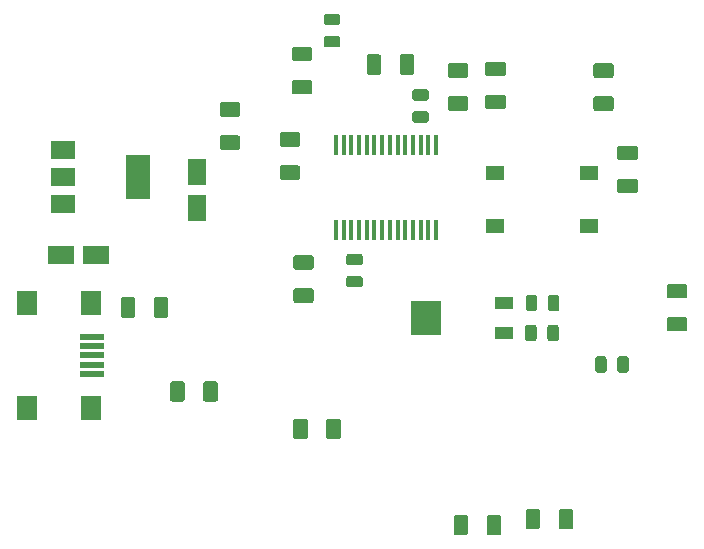
<source format=gbr>
G04 #@! TF.GenerationSoftware,KiCad,Pcbnew,(5.1.5)-3*
G04 #@! TF.CreationDate,2020-06-01T17:25:31+02:00*
G04 #@! TF.ProjectId,aurduino_ng,61757264-7569-46e6-9f5f-6e672e6b6963,rev?*
G04 #@! TF.SameCoordinates,Original*
G04 #@! TF.FileFunction,Paste,Top*
G04 #@! TF.FilePolarity,Positive*
%FSLAX46Y46*%
G04 Gerber Fmt 4.6, Leading zero omitted, Abs format (unit mm)*
G04 Created by KiCad (PCBNEW (5.1.5)-3) date 2020-06-01 17:25:31*
%MOMM*%
%LPD*%
G04 APERTURE LIST*
%ADD10R,2.000000X0.500000*%
%ADD11R,1.700000X2.000000*%
%ADD12R,1.600000X2.200000*%
%ADD13R,2.200000X1.600000*%
%ADD14C,0.100000*%
%ADD15R,1.550000X1.300000*%
%ADD16R,0.450000X1.750000*%
%ADD17R,2.000000X3.800000*%
%ADD18R,2.000000X1.500000*%
%ADD19R,1.600000X1.000000*%
%ADD20R,2.500000X3.000000*%
G04 APERTURE END LIST*
D10*
X116365000Y-114732000D03*
X116365000Y-115532000D03*
X116365000Y-116332000D03*
X116365000Y-117132000D03*
X116365000Y-117932000D03*
D11*
X116265000Y-111882000D03*
X110815000Y-111882000D03*
X116265000Y-120782000D03*
X110815000Y-120782000D03*
D12*
X125222000Y-103838000D03*
X125222000Y-100838000D03*
D13*
X116689000Y-107823000D03*
X113689000Y-107823000D03*
D14*
G36*
X128665504Y-97680204D02*
G01*
X128689773Y-97683804D01*
X128713571Y-97689765D01*
X128736671Y-97698030D01*
X128758849Y-97708520D01*
X128779893Y-97721133D01*
X128799598Y-97735747D01*
X128817777Y-97752223D01*
X128834253Y-97770402D01*
X128848867Y-97790107D01*
X128861480Y-97811151D01*
X128871970Y-97833329D01*
X128880235Y-97856429D01*
X128886196Y-97880227D01*
X128889796Y-97904496D01*
X128891000Y-97929000D01*
X128891000Y-98679000D01*
X128889796Y-98703504D01*
X128886196Y-98727773D01*
X128880235Y-98751571D01*
X128871970Y-98774671D01*
X128861480Y-98796849D01*
X128848867Y-98817893D01*
X128834253Y-98837598D01*
X128817777Y-98855777D01*
X128799598Y-98872253D01*
X128779893Y-98886867D01*
X128758849Y-98899480D01*
X128736671Y-98909970D01*
X128713571Y-98918235D01*
X128689773Y-98924196D01*
X128665504Y-98927796D01*
X128641000Y-98929000D01*
X127391000Y-98929000D01*
X127366496Y-98927796D01*
X127342227Y-98924196D01*
X127318429Y-98918235D01*
X127295329Y-98909970D01*
X127273151Y-98899480D01*
X127252107Y-98886867D01*
X127232402Y-98872253D01*
X127214223Y-98855777D01*
X127197747Y-98837598D01*
X127183133Y-98817893D01*
X127170520Y-98796849D01*
X127160030Y-98774671D01*
X127151765Y-98751571D01*
X127145804Y-98727773D01*
X127142204Y-98703504D01*
X127141000Y-98679000D01*
X127141000Y-97929000D01*
X127142204Y-97904496D01*
X127145804Y-97880227D01*
X127151765Y-97856429D01*
X127160030Y-97833329D01*
X127170520Y-97811151D01*
X127183133Y-97790107D01*
X127197747Y-97770402D01*
X127214223Y-97752223D01*
X127232402Y-97735747D01*
X127252107Y-97721133D01*
X127273151Y-97708520D01*
X127295329Y-97698030D01*
X127318429Y-97689765D01*
X127342227Y-97683804D01*
X127366496Y-97680204D01*
X127391000Y-97679000D01*
X128641000Y-97679000D01*
X128665504Y-97680204D01*
G37*
G36*
X128665504Y-94880204D02*
G01*
X128689773Y-94883804D01*
X128713571Y-94889765D01*
X128736671Y-94898030D01*
X128758849Y-94908520D01*
X128779893Y-94921133D01*
X128799598Y-94935747D01*
X128817777Y-94952223D01*
X128834253Y-94970402D01*
X128848867Y-94990107D01*
X128861480Y-95011151D01*
X128871970Y-95033329D01*
X128880235Y-95056429D01*
X128886196Y-95080227D01*
X128889796Y-95104496D01*
X128891000Y-95129000D01*
X128891000Y-95879000D01*
X128889796Y-95903504D01*
X128886196Y-95927773D01*
X128880235Y-95951571D01*
X128871970Y-95974671D01*
X128861480Y-95996849D01*
X128848867Y-96017893D01*
X128834253Y-96037598D01*
X128817777Y-96055777D01*
X128799598Y-96072253D01*
X128779893Y-96086867D01*
X128758849Y-96099480D01*
X128736671Y-96109970D01*
X128713571Y-96118235D01*
X128689773Y-96124196D01*
X128665504Y-96127796D01*
X128641000Y-96129000D01*
X127391000Y-96129000D01*
X127366496Y-96127796D01*
X127342227Y-96124196D01*
X127318429Y-96118235D01*
X127295329Y-96109970D01*
X127273151Y-96099480D01*
X127252107Y-96086867D01*
X127232402Y-96072253D01*
X127214223Y-96055777D01*
X127197747Y-96037598D01*
X127183133Y-96017893D01*
X127170520Y-95996849D01*
X127160030Y-95974671D01*
X127151765Y-95951571D01*
X127145804Y-95927773D01*
X127142204Y-95903504D01*
X127141000Y-95879000D01*
X127141000Y-95129000D01*
X127142204Y-95104496D01*
X127145804Y-95080227D01*
X127151765Y-95056429D01*
X127160030Y-95033329D01*
X127170520Y-95011151D01*
X127183133Y-94990107D01*
X127197747Y-94970402D01*
X127214223Y-94952223D01*
X127232402Y-94935747D01*
X127252107Y-94921133D01*
X127273151Y-94908520D01*
X127295329Y-94898030D01*
X127318429Y-94889765D01*
X127342227Y-94883804D01*
X127366496Y-94880204D01*
X127391000Y-94879000D01*
X128641000Y-94879000D01*
X128665504Y-94880204D01*
G37*
G36*
X123964504Y-118506204D02*
G01*
X123988773Y-118509804D01*
X124012571Y-118515765D01*
X124035671Y-118524030D01*
X124057849Y-118534520D01*
X124078893Y-118547133D01*
X124098598Y-118561747D01*
X124116777Y-118578223D01*
X124133253Y-118596402D01*
X124147867Y-118616107D01*
X124160480Y-118637151D01*
X124170970Y-118659329D01*
X124179235Y-118682429D01*
X124185196Y-118706227D01*
X124188796Y-118730496D01*
X124190000Y-118755000D01*
X124190000Y-120005000D01*
X124188796Y-120029504D01*
X124185196Y-120053773D01*
X124179235Y-120077571D01*
X124170970Y-120100671D01*
X124160480Y-120122849D01*
X124147867Y-120143893D01*
X124133253Y-120163598D01*
X124116777Y-120181777D01*
X124098598Y-120198253D01*
X124078893Y-120212867D01*
X124057849Y-120225480D01*
X124035671Y-120235970D01*
X124012571Y-120244235D01*
X123988773Y-120250196D01*
X123964504Y-120253796D01*
X123940000Y-120255000D01*
X123190000Y-120255000D01*
X123165496Y-120253796D01*
X123141227Y-120250196D01*
X123117429Y-120244235D01*
X123094329Y-120235970D01*
X123072151Y-120225480D01*
X123051107Y-120212867D01*
X123031402Y-120198253D01*
X123013223Y-120181777D01*
X122996747Y-120163598D01*
X122982133Y-120143893D01*
X122969520Y-120122849D01*
X122959030Y-120100671D01*
X122950765Y-120077571D01*
X122944804Y-120053773D01*
X122941204Y-120029504D01*
X122940000Y-120005000D01*
X122940000Y-118755000D01*
X122941204Y-118730496D01*
X122944804Y-118706227D01*
X122950765Y-118682429D01*
X122959030Y-118659329D01*
X122969520Y-118637151D01*
X122982133Y-118616107D01*
X122996747Y-118596402D01*
X123013223Y-118578223D01*
X123031402Y-118561747D01*
X123051107Y-118547133D01*
X123072151Y-118534520D01*
X123094329Y-118524030D01*
X123117429Y-118515765D01*
X123141227Y-118509804D01*
X123165496Y-118506204D01*
X123190000Y-118505000D01*
X123940000Y-118505000D01*
X123964504Y-118506204D01*
G37*
G36*
X126764504Y-118506204D02*
G01*
X126788773Y-118509804D01*
X126812571Y-118515765D01*
X126835671Y-118524030D01*
X126857849Y-118534520D01*
X126878893Y-118547133D01*
X126898598Y-118561747D01*
X126916777Y-118578223D01*
X126933253Y-118596402D01*
X126947867Y-118616107D01*
X126960480Y-118637151D01*
X126970970Y-118659329D01*
X126979235Y-118682429D01*
X126985196Y-118706227D01*
X126988796Y-118730496D01*
X126990000Y-118755000D01*
X126990000Y-120005000D01*
X126988796Y-120029504D01*
X126985196Y-120053773D01*
X126979235Y-120077571D01*
X126970970Y-120100671D01*
X126960480Y-120122849D01*
X126947867Y-120143893D01*
X126933253Y-120163598D01*
X126916777Y-120181777D01*
X126898598Y-120198253D01*
X126878893Y-120212867D01*
X126857849Y-120225480D01*
X126835671Y-120235970D01*
X126812571Y-120244235D01*
X126788773Y-120250196D01*
X126764504Y-120253796D01*
X126740000Y-120255000D01*
X125990000Y-120255000D01*
X125965496Y-120253796D01*
X125941227Y-120250196D01*
X125917429Y-120244235D01*
X125894329Y-120235970D01*
X125872151Y-120225480D01*
X125851107Y-120212867D01*
X125831402Y-120198253D01*
X125813223Y-120181777D01*
X125796747Y-120163598D01*
X125782133Y-120143893D01*
X125769520Y-120122849D01*
X125759030Y-120100671D01*
X125750765Y-120077571D01*
X125744804Y-120053773D01*
X125741204Y-120029504D01*
X125740000Y-120005000D01*
X125740000Y-118755000D01*
X125741204Y-118730496D01*
X125744804Y-118706227D01*
X125750765Y-118682429D01*
X125759030Y-118659329D01*
X125769520Y-118637151D01*
X125782133Y-118616107D01*
X125796747Y-118596402D01*
X125813223Y-118578223D01*
X125831402Y-118561747D01*
X125851107Y-118547133D01*
X125872151Y-118534520D01*
X125894329Y-118524030D01*
X125917429Y-118515765D01*
X125941227Y-118509804D01*
X125965496Y-118506204D01*
X125990000Y-118505000D01*
X126740000Y-118505000D01*
X126764504Y-118506204D01*
G37*
G36*
X140601504Y-90820204D02*
G01*
X140625773Y-90823804D01*
X140649571Y-90829765D01*
X140672671Y-90838030D01*
X140694849Y-90848520D01*
X140715893Y-90861133D01*
X140735598Y-90875747D01*
X140753777Y-90892223D01*
X140770253Y-90910402D01*
X140784867Y-90930107D01*
X140797480Y-90951151D01*
X140807970Y-90973329D01*
X140816235Y-90996429D01*
X140822196Y-91020227D01*
X140825796Y-91044496D01*
X140827000Y-91069000D01*
X140827000Y-92319000D01*
X140825796Y-92343504D01*
X140822196Y-92367773D01*
X140816235Y-92391571D01*
X140807970Y-92414671D01*
X140797480Y-92436849D01*
X140784867Y-92457893D01*
X140770253Y-92477598D01*
X140753777Y-92495777D01*
X140735598Y-92512253D01*
X140715893Y-92526867D01*
X140694849Y-92539480D01*
X140672671Y-92549970D01*
X140649571Y-92558235D01*
X140625773Y-92564196D01*
X140601504Y-92567796D01*
X140577000Y-92569000D01*
X139827000Y-92569000D01*
X139802496Y-92567796D01*
X139778227Y-92564196D01*
X139754429Y-92558235D01*
X139731329Y-92549970D01*
X139709151Y-92539480D01*
X139688107Y-92526867D01*
X139668402Y-92512253D01*
X139650223Y-92495777D01*
X139633747Y-92477598D01*
X139619133Y-92457893D01*
X139606520Y-92436849D01*
X139596030Y-92414671D01*
X139587765Y-92391571D01*
X139581804Y-92367773D01*
X139578204Y-92343504D01*
X139577000Y-92319000D01*
X139577000Y-91069000D01*
X139578204Y-91044496D01*
X139581804Y-91020227D01*
X139587765Y-90996429D01*
X139596030Y-90973329D01*
X139606520Y-90951151D01*
X139619133Y-90930107D01*
X139633747Y-90910402D01*
X139650223Y-90892223D01*
X139668402Y-90875747D01*
X139688107Y-90861133D01*
X139709151Y-90848520D01*
X139731329Y-90838030D01*
X139754429Y-90829765D01*
X139778227Y-90823804D01*
X139802496Y-90820204D01*
X139827000Y-90819000D01*
X140577000Y-90819000D01*
X140601504Y-90820204D01*
G37*
G36*
X143401504Y-90820204D02*
G01*
X143425773Y-90823804D01*
X143449571Y-90829765D01*
X143472671Y-90838030D01*
X143494849Y-90848520D01*
X143515893Y-90861133D01*
X143535598Y-90875747D01*
X143553777Y-90892223D01*
X143570253Y-90910402D01*
X143584867Y-90930107D01*
X143597480Y-90951151D01*
X143607970Y-90973329D01*
X143616235Y-90996429D01*
X143622196Y-91020227D01*
X143625796Y-91044496D01*
X143627000Y-91069000D01*
X143627000Y-92319000D01*
X143625796Y-92343504D01*
X143622196Y-92367773D01*
X143616235Y-92391571D01*
X143607970Y-92414671D01*
X143597480Y-92436849D01*
X143584867Y-92457893D01*
X143570253Y-92477598D01*
X143553777Y-92495777D01*
X143535598Y-92512253D01*
X143515893Y-92526867D01*
X143494849Y-92539480D01*
X143472671Y-92549970D01*
X143449571Y-92558235D01*
X143425773Y-92564196D01*
X143401504Y-92567796D01*
X143377000Y-92569000D01*
X142627000Y-92569000D01*
X142602496Y-92567796D01*
X142578227Y-92564196D01*
X142554429Y-92558235D01*
X142531329Y-92549970D01*
X142509151Y-92539480D01*
X142488107Y-92526867D01*
X142468402Y-92512253D01*
X142450223Y-92495777D01*
X142433747Y-92477598D01*
X142419133Y-92457893D01*
X142406520Y-92436849D01*
X142396030Y-92414671D01*
X142387765Y-92391571D01*
X142381804Y-92367773D01*
X142378204Y-92343504D01*
X142377000Y-92319000D01*
X142377000Y-91069000D01*
X142378204Y-91044496D01*
X142381804Y-91020227D01*
X142387765Y-90996429D01*
X142396030Y-90973329D01*
X142406520Y-90951151D01*
X142419133Y-90930107D01*
X142433747Y-90910402D01*
X142450223Y-90892223D01*
X142468402Y-90875747D01*
X142488107Y-90861133D01*
X142509151Y-90848520D01*
X142531329Y-90838030D01*
X142554429Y-90829765D01*
X142578227Y-90823804D01*
X142602496Y-90820204D01*
X142627000Y-90819000D01*
X143377000Y-90819000D01*
X143401504Y-90820204D01*
G37*
G36*
X134761504Y-90175204D02*
G01*
X134785773Y-90178804D01*
X134809571Y-90184765D01*
X134832671Y-90193030D01*
X134854849Y-90203520D01*
X134875893Y-90216133D01*
X134895598Y-90230747D01*
X134913777Y-90247223D01*
X134930253Y-90265402D01*
X134944867Y-90285107D01*
X134957480Y-90306151D01*
X134967970Y-90328329D01*
X134976235Y-90351429D01*
X134982196Y-90375227D01*
X134985796Y-90399496D01*
X134987000Y-90424000D01*
X134987000Y-91174000D01*
X134985796Y-91198504D01*
X134982196Y-91222773D01*
X134976235Y-91246571D01*
X134967970Y-91269671D01*
X134957480Y-91291849D01*
X134944867Y-91312893D01*
X134930253Y-91332598D01*
X134913777Y-91350777D01*
X134895598Y-91367253D01*
X134875893Y-91381867D01*
X134854849Y-91394480D01*
X134832671Y-91404970D01*
X134809571Y-91413235D01*
X134785773Y-91419196D01*
X134761504Y-91422796D01*
X134737000Y-91424000D01*
X133487000Y-91424000D01*
X133462496Y-91422796D01*
X133438227Y-91419196D01*
X133414429Y-91413235D01*
X133391329Y-91404970D01*
X133369151Y-91394480D01*
X133348107Y-91381867D01*
X133328402Y-91367253D01*
X133310223Y-91350777D01*
X133293747Y-91332598D01*
X133279133Y-91312893D01*
X133266520Y-91291849D01*
X133256030Y-91269671D01*
X133247765Y-91246571D01*
X133241804Y-91222773D01*
X133238204Y-91198504D01*
X133237000Y-91174000D01*
X133237000Y-90424000D01*
X133238204Y-90399496D01*
X133241804Y-90375227D01*
X133247765Y-90351429D01*
X133256030Y-90328329D01*
X133266520Y-90306151D01*
X133279133Y-90285107D01*
X133293747Y-90265402D01*
X133310223Y-90247223D01*
X133328402Y-90230747D01*
X133348107Y-90216133D01*
X133369151Y-90203520D01*
X133391329Y-90193030D01*
X133414429Y-90184765D01*
X133438227Y-90178804D01*
X133462496Y-90175204D01*
X133487000Y-90174000D01*
X134737000Y-90174000D01*
X134761504Y-90175204D01*
G37*
G36*
X134761504Y-92975204D02*
G01*
X134785773Y-92978804D01*
X134809571Y-92984765D01*
X134832671Y-92993030D01*
X134854849Y-93003520D01*
X134875893Y-93016133D01*
X134895598Y-93030747D01*
X134913777Y-93047223D01*
X134930253Y-93065402D01*
X134944867Y-93085107D01*
X134957480Y-93106151D01*
X134967970Y-93128329D01*
X134976235Y-93151429D01*
X134982196Y-93175227D01*
X134985796Y-93199496D01*
X134987000Y-93224000D01*
X134987000Y-93974000D01*
X134985796Y-93998504D01*
X134982196Y-94022773D01*
X134976235Y-94046571D01*
X134967970Y-94069671D01*
X134957480Y-94091849D01*
X134944867Y-94112893D01*
X134930253Y-94132598D01*
X134913777Y-94150777D01*
X134895598Y-94167253D01*
X134875893Y-94181867D01*
X134854849Y-94194480D01*
X134832671Y-94204970D01*
X134809571Y-94213235D01*
X134785773Y-94219196D01*
X134761504Y-94222796D01*
X134737000Y-94224000D01*
X133487000Y-94224000D01*
X133462496Y-94222796D01*
X133438227Y-94219196D01*
X133414429Y-94213235D01*
X133391329Y-94204970D01*
X133369151Y-94194480D01*
X133348107Y-94181867D01*
X133328402Y-94167253D01*
X133310223Y-94150777D01*
X133293747Y-94132598D01*
X133279133Y-94112893D01*
X133266520Y-94091849D01*
X133256030Y-94069671D01*
X133247765Y-94046571D01*
X133241804Y-94022773D01*
X133238204Y-93998504D01*
X133237000Y-93974000D01*
X133237000Y-93224000D01*
X133238204Y-93199496D01*
X133241804Y-93175227D01*
X133247765Y-93151429D01*
X133256030Y-93128329D01*
X133266520Y-93106151D01*
X133279133Y-93085107D01*
X133293747Y-93065402D01*
X133310223Y-93047223D01*
X133328402Y-93030747D01*
X133348107Y-93016133D01*
X133369151Y-93003520D01*
X133391329Y-92993030D01*
X133414429Y-92984765D01*
X133438227Y-92978804D01*
X133462496Y-92975204D01*
X133487000Y-92974000D01*
X134737000Y-92974000D01*
X134761504Y-92975204D01*
G37*
G36*
X162320504Y-101357204D02*
G01*
X162344773Y-101360804D01*
X162368571Y-101366765D01*
X162391671Y-101375030D01*
X162413849Y-101385520D01*
X162434893Y-101398133D01*
X162454598Y-101412747D01*
X162472777Y-101429223D01*
X162489253Y-101447402D01*
X162503867Y-101467107D01*
X162516480Y-101488151D01*
X162526970Y-101510329D01*
X162535235Y-101533429D01*
X162541196Y-101557227D01*
X162544796Y-101581496D01*
X162546000Y-101606000D01*
X162546000Y-102356000D01*
X162544796Y-102380504D01*
X162541196Y-102404773D01*
X162535235Y-102428571D01*
X162526970Y-102451671D01*
X162516480Y-102473849D01*
X162503867Y-102494893D01*
X162489253Y-102514598D01*
X162472777Y-102532777D01*
X162454598Y-102549253D01*
X162434893Y-102563867D01*
X162413849Y-102576480D01*
X162391671Y-102586970D01*
X162368571Y-102595235D01*
X162344773Y-102601196D01*
X162320504Y-102604796D01*
X162296000Y-102606000D01*
X161046000Y-102606000D01*
X161021496Y-102604796D01*
X160997227Y-102601196D01*
X160973429Y-102595235D01*
X160950329Y-102586970D01*
X160928151Y-102576480D01*
X160907107Y-102563867D01*
X160887402Y-102549253D01*
X160869223Y-102532777D01*
X160852747Y-102514598D01*
X160838133Y-102494893D01*
X160825520Y-102473849D01*
X160815030Y-102451671D01*
X160806765Y-102428571D01*
X160800804Y-102404773D01*
X160797204Y-102380504D01*
X160796000Y-102356000D01*
X160796000Y-101606000D01*
X160797204Y-101581496D01*
X160800804Y-101557227D01*
X160806765Y-101533429D01*
X160815030Y-101510329D01*
X160825520Y-101488151D01*
X160838133Y-101467107D01*
X160852747Y-101447402D01*
X160869223Y-101429223D01*
X160887402Y-101412747D01*
X160907107Y-101398133D01*
X160928151Y-101385520D01*
X160950329Y-101375030D01*
X160973429Y-101366765D01*
X160997227Y-101360804D01*
X161021496Y-101357204D01*
X161046000Y-101356000D01*
X162296000Y-101356000D01*
X162320504Y-101357204D01*
G37*
G36*
X162320504Y-98557204D02*
G01*
X162344773Y-98560804D01*
X162368571Y-98566765D01*
X162391671Y-98575030D01*
X162413849Y-98585520D01*
X162434893Y-98598133D01*
X162454598Y-98612747D01*
X162472777Y-98629223D01*
X162489253Y-98647402D01*
X162503867Y-98667107D01*
X162516480Y-98688151D01*
X162526970Y-98710329D01*
X162535235Y-98733429D01*
X162541196Y-98757227D01*
X162544796Y-98781496D01*
X162546000Y-98806000D01*
X162546000Y-99556000D01*
X162544796Y-99580504D01*
X162541196Y-99604773D01*
X162535235Y-99628571D01*
X162526970Y-99651671D01*
X162516480Y-99673849D01*
X162503867Y-99694893D01*
X162489253Y-99714598D01*
X162472777Y-99732777D01*
X162454598Y-99749253D01*
X162434893Y-99763867D01*
X162413849Y-99776480D01*
X162391671Y-99786970D01*
X162368571Y-99795235D01*
X162344773Y-99801196D01*
X162320504Y-99804796D01*
X162296000Y-99806000D01*
X161046000Y-99806000D01*
X161021496Y-99804796D01*
X160997227Y-99801196D01*
X160973429Y-99795235D01*
X160950329Y-99786970D01*
X160928151Y-99776480D01*
X160907107Y-99763867D01*
X160887402Y-99749253D01*
X160869223Y-99732777D01*
X160852747Y-99714598D01*
X160838133Y-99694893D01*
X160825520Y-99673849D01*
X160815030Y-99651671D01*
X160806765Y-99628571D01*
X160800804Y-99604773D01*
X160797204Y-99580504D01*
X160796000Y-99556000D01*
X160796000Y-98806000D01*
X160797204Y-98781496D01*
X160800804Y-98757227D01*
X160806765Y-98733429D01*
X160815030Y-98710329D01*
X160825520Y-98688151D01*
X160838133Y-98667107D01*
X160852747Y-98647402D01*
X160869223Y-98629223D01*
X160887402Y-98612747D01*
X160907107Y-98598133D01*
X160928151Y-98585520D01*
X160950329Y-98575030D01*
X160973429Y-98566765D01*
X160997227Y-98560804D01*
X161021496Y-98557204D01*
X161046000Y-98556000D01*
X162296000Y-98556000D01*
X162320504Y-98557204D01*
G37*
G36*
X122579504Y-111394204D02*
G01*
X122603773Y-111397804D01*
X122627571Y-111403765D01*
X122650671Y-111412030D01*
X122672849Y-111422520D01*
X122693893Y-111435133D01*
X122713598Y-111449747D01*
X122731777Y-111466223D01*
X122748253Y-111484402D01*
X122762867Y-111504107D01*
X122775480Y-111525151D01*
X122785970Y-111547329D01*
X122794235Y-111570429D01*
X122800196Y-111594227D01*
X122803796Y-111618496D01*
X122805000Y-111643000D01*
X122805000Y-112893000D01*
X122803796Y-112917504D01*
X122800196Y-112941773D01*
X122794235Y-112965571D01*
X122785970Y-112988671D01*
X122775480Y-113010849D01*
X122762867Y-113031893D01*
X122748253Y-113051598D01*
X122731777Y-113069777D01*
X122713598Y-113086253D01*
X122693893Y-113100867D01*
X122672849Y-113113480D01*
X122650671Y-113123970D01*
X122627571Y-113132235D01*
X122603773Y-113138196D01*
X122579504Y-113141796D01*
X122555000Y-113143000D01*
X121805000Y-113143000D01*
X121780496Y-113141796D01*
X121756227Y-113138196D01*
X121732429Y-113132235D01*
X121709329Y-113123970D01*
X121687151Y-113113480D01*
X121666107Y-113100867D01*
X121646402Y-113086253D01*
X121628223Y-113069777D01*
X121611747Y-113051598D01*
X121597133Y-113031893D01*
X121584520Y-113010849D01*
X121574030Y-112988671D01*
X121565765Y-112965571D01*
X121559804Y-112941773D01*
X121556204Y-112917504D01*
X121555000Y-112893000D01*
X121555000Y-111643000D01*
X121556204Y-111618496D01*
X121559804Y-111594227D01*
X121565765Y-111570429D01*
X121574030Y-111547329D01*
X121584520Y-111525151D01*
X121597133Y-111504107D01*
X121611747Y-111484402D01*
X121628223Y-111466223D01*
X121646402Y-111449747D01*
X121666107Y-111435133D01*
X121687151Y-111422520D01*
X121709329Y-111412030D01*
X121732429Y-111403765D01*
X121756227Y-111397804D01*
X121780496Y-111394204D01*
X121805000Y-111393000D01*
X122555000Y-111393000D01*
X122579504Y-111394204D01*
G37*
G36*
X119779504Y-111394204D02*
G01*
X119803773Y-111397804D01*
X119827571Y-111403765D01*
X119850671Y-111412030D01*
X119872849Y-111422520D01*
X119893893Y-111435133D01*
X119913598Y-111449747D01*
X119931777Y-111466223D01*
X119948253Y-111484402D01*
X119962867Y-111504107D01*
X119975480Y-111525151D01*
X119985970Y-111547329D01*
X119994235Y-111570429D01*
X120000196Y-111594227D01*
X120003796Y-111618496D01*
X120005000Y-111643000D01*
X120005000Y-112893000D01*
X120003796Y-112917504D01*
X120000196Y-112941773D01*
X119994235Y-112965571D01*
X119985970Y-112988671D01*
X119975480Y-113010849D01*
X119962867Y-113031893D01*
X119948253Y-113051598D01*
X119931777Y-113069777D01*
X119913598Y-113086253D01*
X119893893Y-113100867D01*
X119872849Y-113113480D01*
X119850671Y-113123970D01*
X119827571Y-113132235D01*
X119803773Y-113138196D01*
X119779504Y-113141796D01*
X119755000Y-113143000D01*
X119005000Y-113143000D01*
X118980496Y-113141796D01*
X118956227Y-113138196D01*
X118932429Y-113132235D01*
X118909329Y-113123970D01*
X118887151Y-113113480D01*
X118866107Y-113100867D01*
X118846402Y-113086253D01*
X118828223Y-113069777D01*
X118811747Y-113051598D01*
X118797133Y-113031893D01*
X118784520Y-113010849D01*
X118774030Y-112988671D01*
X118765765Y-112965571D01*
X118759804Y-112941773D01*
X118756204Y-112917504D01*
X118755000Y-112893000D01*
X118755000Y-111643000D01*
X118756204Y-111618496D01*
X118759804Y-111594227D01*
X118765765Y-111570429D01*
X118774030Y-111547329D01*
X118784520Y-111525151D01*
X118797133Y-111504107D01*
X118811747Y-111484402D01*
X118828223Y-111466223D01*
X118846402Y-111449747D01*
X118866107Y-111435133D01*
X118887151Y-111422520D01*
X118909329Y-111412030D01*
X118932429Y-111403765D01*
X118956227Y-111397804D01*
X118980496Y-111394204D01*
X119005000Y-111393000D01*
X119755000Y-111393000D01*
X119779504Y-111394204D01*
G37*
G36*
X134888504Y-107828204D02*
G01*
X134912773Y-107831804D01*
X134936571Y-107837765D01*
X134959671Y-107846030D01*
X134981849Y-107856520D01*
X135002893Y-107869133D01*
X135022598Y-107883747D01*
X135040777Y-107900223D01*
X135057253Y-107918402D01*
X135071867Y-107938107D01*
X135084480Y-107959151D01*
X135094970Y-107981329D01*
X135103235Y-108004429D01*
X135109196Y-108028227D01*
X135112796Y-108052496D01*
X135114000Y-108077000D01*
X135114000Y-108827000D01*
X135112796Y-108851504D01*
X135109196Y-108875773D01*
X135103235Y-108899571D01*
X135094970Y-108922671D01*
X135084480Y-108944849D01*
X135071867Y-108965893D01*
X135057253Y-108985598D01*
X135040777Y-109003777D01*
X135022598Y-109020253D01*
X135002893Y-109034867D01*
X134981849Y-109047480D01*
X134959671Y-109057970D01*
X134936571Y-109066235D01*
X134912773Y-109072196D01*
X134888504Y-109075796D01*
X134864000Y-109077000D01*
X133614000Y-109077000D01*
X133589496Y-109075796D01*
X133565227Y-109072196D01*
X133541429Y-109066235D01*
X133518329Y-109057970D01*
X133496151Y-109047480D01*
X133475107Y-109034867D01*
X133455402Y-109020253D01*
X133437223Y-109003777D01*
X133420747Y-108985598D01*
X133406133Y-108965893D01*
X133393520Y-108944849D01*
X133383030Y-108922671D01*
X133374765Y-108899571D01*
X133368804Y-108875773D01*
X133365204Y-108851504D01*
X133364000Y-108827000D01*
X133364000Y-108077000D01*
X133365204Y-108052496D01*
X133368804Y-108028227D01*
X133374765Y-108004429D01*
X133383030Y-107981329D01*
X133393520Y-107959151D01*
X133406133Y-107938107D01*
X133420747Y-107918402D01*
X133437223Y-107900223D01*
X133455402Y-107883747D01*
X133475107Y-107869133D01*
X133496151Y-107856520D01*
X133518329Y-107846030D01*
X133541429Y-107837765D01*
X133565227Y-107831804D01*
X133589496Y-107828204D01*
X133614000Y-107827000D01*
X134864000Y-107827000D01*
X134888504Y-107828204D01*
G37*
G36*
X134888504Y-110628204D02*
G01*
X134912773Y-110631804D01*
X134936571Y-110637765D01*
X134959671Y-110646030D01*
X134981849Y-110656520D01*
X135002893Y-110669133D01*
X135022598Y-110683747D01*
X135040777Y-110700223D01*
X135057253Y-110718402D01*
X135071867Y-110738107D01*
X135084480Y-110759151D01*
X135094970Y-110781329D01*
X135103235Y-110804429D01*
X135109196Y-110828227D01*
X135112796Y-110852496D01*
X135114000Y-110877000D01*
X135114000Y-111627000D01*
X135112796Y-111651504D01*
X135109196Y-111675773D01*
X135103235Y-111699571D01*
X135094970Y-111722671D01*
X135084480Y-111744849D01*
X135071867Y-111765893D01*
X135057253Y-111785598D01*
X135040777Y-111803777D01*
X135022598Y-111820253D01*
X135002893Y-111834867D01*
X134981849Y-111847480D01*
X134959671Y-111857970D01*
X134936571Y-111866235D01*
X134912773Y-111872196D01*
X134888504Y-111875796D01*
X134864000Y-111877000D01*
X133614000Y-111877000D01*
X133589496Y-111875796D01*
X133565227Y-111872196D01*
X133541429Y-111866235D01*
X133518329Y-111857970D01*
X133496151Y-111847480D01*
X133475107Y-111834867D01*
X133455402Y-111820253D01*
X133437223Y-111803777D01*
X133420747Y-111785598D01*
X133406133Y-111765893D01*
X133393520Y-111744849D01*
X133383030Y-111722671D01*
X133374765Y-111699571D01*
X133368804Y-111675773D01*
X133365204Y-111651504D01*
X133364000Y-111627000D01*
X133364000Y-110877000D01*
X133365204Y-110852496D01*
X133368804Y-110828227D01*
X133374765Y-110804429D01*
X133383030Y-110781329D01*
X133393520Y-110759151D01*
X133406133Y-110738107D01*
X133420747Y-110718402D01*
X133437223Y-110700223D01*
X133455402Y-110683747D01*
X133475107Y-110669133D01*
X133496151Y-110656520D01*
X133518329Y-110646030D01*
X133541429Y-110637765D01*
X133565227Y-110631804D01*
X133589496Y-110628204D01*
X133614000Y-110627000D01*
X134864000Y-110627000D01*
X134888504Y-110628204D01*
G37*
G36*
X133745504Y-97420204D02*
G01*
X133769773Y-97423804D01*
X133793571Y-97429765D01*
X133816671Y-97438030D01*
X133838849Y-97448520D01*
X133859893Y-97461133D01*
X133879598Y-97475747D01*
X133897777Y-97492223D01*
X133914253Y-97510402D01*
X133928867Y-97530107D01*
X133941480Y-97551151D01*
X133951970Y-97573329D01*
X133960235Y-97596429D01*
X133966196Y-97620227D01*
X133969796Y-97644496D01*
X133971000Y-97669000D01*
X133971000Y-98419000D01*
X133969796Y-98443504D01*
X133966196Y-98467773D01*
X133960235Y-98491571D01*
X133951970Y-98514671D01*
X133941480Y-98536849D01*
X133928867Y-98557893D01*
X133914253Y-98577598D01*
X133897777Y-98595777D01*
X133879598Y-98612253D01*
X133859893Y-98626867D01*
X133838849Y-98639480D01*
X133816671Y-98649970D01*
X133793571Y-98658235D01*
X133769773Y-98664196D01*
X133745504Y-98667796D01*
X133721000Y-98669000D01*
X132471000Y-98669000D01*
X132446496Y-98667796D01*
X132422227Y-98664196D01*
X132398429Y-98658235D01*
X132375329Y-98649970D01*
X132353151Y-98639480D01*
X132332107Y-98626867D01*
X132312402Y-98612253D01*
X132294223Y-98595777D01*
X132277747Y-98577598D01*
X132263133Y-98557893D01*
X132250520Y-98536849D01*
X132240030Y-98514671D01*
X132231765Y-98491571D01*
X132225804Y-98467773D01*
X132222204Y-98443504D01*
X132221000Y-98419000D01*
X132221000Y-97669000D01*
X132222204Y-97644496D01*
X132225804Y-97620227D01*
X132231765Y-97596429D01*
X132240030Y-97573329D01*
X132250520Y-97551151D01*
X132263133Y-97530107D01*
X132277747Y-97510402D01*
X132294223Y-97492223D01*
X132312402Y-97475747D01*
X132332107Y-97461133D01*
X132353151Y-97448520D01*
X132375329Y-97438030D01*
X132398429Y-97429765D01*
X132422227Y-97423804D01*
X132446496Y-97420204D01*
X132471000Y-97419000D01*
X133721000Y-97419000D01*
X133745504Y-97420204D01*
G37*
G36*
X133745504Y-100220204D02*
G01*
X133769773Y-100223804D01*
X133793571Y-100229765D01*
X133816671Y-100238030D01*
X133838849Y-100248520D01*
X133859893Y-100261133D01*
X133879598Y-100275747D01*
X133897777Y-100292223D01*
X133914253Y-100310402D01*
X133928867Y-100330107D01*
X133941480Y-100351151D01*
X133951970Y-100373329D01*
X133960235Y-100396429D01*
X133966196Y-100420227D01*
X133969796Y-100444496D01*
X133971000Y-100469000D01*
X133971000Y-101219000D01*
X133969796Y-101243504D01*
X133966196Y-101267773D01*
X133960235Y-101291571D01*
X133951970Y-101314671D01*
X133941480Y-101336849D01*
X133928867Y-101357893D01*
X133914253Y-101377598D01*
X133897777Y-101395777D01*
X133879598Y-101412253D01*
X133859893Y-101426867D01*
X133838849Y-101439480D01*
X133816671Y-101449970D01*
X133793571Y-101458235D01*
X133769773Y-101464196D01*
X133745504Y-101467796D01*
X133721000Y-101469000D01*
X132471000Y-101469000D01*
X132446496Y-101467796D01*
X132422227Y-101464196D01*
X132398429Y-101458235D01*
X132375329Y-101449970D01*
X132353151Y-101439480D01*
X132332107Y-101426867D01*
X132312402Y-101412253D01*
X132294223Y-101395777D01*
X132277747Y-101377598D01*
X132263133Y-101357893D01*
X132250520Y-101336849D01*
X132240030Y-101314671D01*
X132231765Y-101291571D01*
X132225804Y-101267773D01*
X132222204Y-101243504D01*
X132221000Y-101219000D01*
X132221000Y-100469000D01*
X132222204Y-100444496D01*
X132225804Y-100420227D01*
X132231765Y-100396429D01*
X132240030Y-100373329D01*
X132250520Y-100351151D01*
X132263133Y-100330107D01*
X132277747Y-100310402D01*
X132294223Y-100292223D01*
X132312402Y-100275747D01*
X132332107Y-100261133D01*
X132353151Y-100248520D01*
X132375329Y-100238030D01*
X132398429Y-100229765D01*
X132422227Y-100223804D01*
X132446496Y-100220204D01*
X132471000Y-100219000D01*
X133721000Y-100219000D01*
X133745504Y-100220204D01*
G37*
G36*
X147969504Y-94372204D02*
G01*
X147993773Y-94375804D01*
X148017571Y-94381765D01*
X148040671Y-94390030D01*
X148062849Y-94400520D01*
X148083893Y-94413133D01*
X148103598Y-94427747D01*
X148121777Y-94444223D01*
X148138253Y-94462402D01*
X148152867Y-94482107D01*
X148165480Y-94503151D01*
X148175970Y-94525329D01*
X148184235Y-94548429D01*
X148190196Y-94572227D01*
X148193796Y-94596496D01*
X148195000Y-94621000D01*
X148195000Y-95371000D01*
X148193796Y-95395504D01*
X148190196Y-95419773D01*
X148184235Y-95443571D01*
X148175970Y-95466671D01*
X148165480Y-95488849D01*
X148152867Y-95509893D01*
X148138253Y-95529598D01*
X148121777Y-95547777D01*
X148103598Y-95564253D01*
X148083893Y-95578867D01*
X148062849Y-95591480D01*
X148040671Y-95601970D01*
X148017571Y-95610235D01*
X147993773Y-95616196D01*
X147969504Y-95619796D01*
X147945000Y-95621000D01*
X146695000Y-95621000D01*
X146670496Y-95619796D01*
X146646227Y-95616196D01*
X146622429Y-95610235D01*
X146599329Y-95601970D01*
X146577151Y-95591480D01*
X146556107Y-95578867D01*
X146536402Y-95564253D01*
X146518223Y-95547777D01*
X146501747Y-95529598D01*
X146487133Y-95509893D01*
X146474520Y-95488849D01*
X146464030Y-95466671D01*
X146455765Y-95443571D01*
X146449804Y-95419773D01*
X146446204Y-95395504D01*
X146445000Y-95371000D01*
X146445000Y-94621000D01*
X146446204Y-94596496D01*
X146449804Y-94572227D01*
X146455765Y-94548429D01*
X146464030Y-94525329D01*
X146474520Y-94503151D01*
X146487133Y-94482107D01*
X146501747Y-94462402D01*
X146518223Y-94444223D01*
X146536402Y-94427747D01*
X146556107Y-94413133D01*
X146577151Y-94400520D01*
X146599329Y-94390030D01*
X146622429Y-94381765D01*
X146646227Y-94375804D01*
X146670496Y-94372204D01*
X146695000Y-94371000D01*
X147945000Y-94371000D01*
X147969504Y-94372204D01*
G37*
G36*
X147969504Y-91572204D02*
G01*
X147993773Y-91575804D01*
X148017571Y-91581765D01*
X148040671Y-91590030D01*
X148062849Y-91600520D01*
X148083893Y-91613133D01*
X148103598Y-91627747D01*
X148121777Y-91644223D01*
X148138253Y-91662402D01*
X148152867Y-91682107D01*
X148165480Y-91703151D01*
X148175970Y-91725329D01*
X148184235Y-91748429D01*
X148190196Y-91772227D01*
X148193796Y-91796496D01*
X148195000Y-91821000D01*
X148195000Y-92571000D01*
X148193796Y-92595504D01*
X148190196Y-92619773D01*
X148184235Y-92643571D01*
X148175970Y-92666671D01*
X148165480Y-92688849D01*
X148152867Y-92709893D01*
X148138253Y-92729598D01*
X148121777Y-92747777D01*
X148103598Y-92764253D01*
X148083893Y-92778867D01*
X148062849Y-92791480D01*
X148040671Y-92801970D01*
X148017571Y-92810235D01*
X147993773Y-92816196D01*
X147969504Y-92819796D01*
X147945000Y-92821000D01*
X146695000Y-92821000D01*
X146670496Y-92819796D01*
X146646227Y-92816196D01*
X146622429Y-92810235D01*
X146599329Y-92801970D01*
X146577151Y-92791480D01*
X146556107Y-92778867D01*
X146536402Y-92764253D01*
X146518223Y-92747777D01*
X146501747Y-92729598D01*
X146487133Y-92709893D01*
X146474520Y-92688849D01*
X146464030Y-92666671D01*
X146455765Y-92643571D01*
X146449804Y-92619773D01*
X146446204Y-92595504D01*
X146445000Y-92571000D01*
X146445000Y-91821000D01*
X146446204Y-91796496D01*
X146449804Y-91772227D01*
X146455765Y-91748429D01*
X146464030Y-91725329D01*
X146474520Y-91703151D01*
X146487133Y-91682107D01*
X146501747Y-91662402D01*
X146518223Y-91644223D01*
X146536402Y-91627747D01*
X146556107Y-91613133D01*
X146577151Y-91600520D01*
X146599329Y-91590030D01*
X146622429Y-91581765D01*
X146646227Y-91575804D01*
X146670496Y-91572204D01*
X146695000Y-91571000D01*
X147945000Y-91571000D01*
X147969504Y-91572204D01*
G37*
G36*
X151144504Y-91445204D02*
G01*
X151168773Y-91448804D01*
X151192571Y-91454765D01*
X151215671Y-91463030D01*
X151237849Y-91473520D01*
X151258893Y-91486133D01*
X151278598Y-91500747D01*
X151296777Y-91517223D01*
X151313253Y-91535402D01*
X151327867Y-91555107D01*
X151340480Y-91576151D01*
X151350970Y-91598329D01*
X151359235Y-91621429D01*
X151365196Y-91645227D01*
X151368796Y-91669496D01*
X151370000Y-91694000D01*
X151370000Y-92444000D01*
X151368796Y-92468504D01*
X151365196Y-92492773D01*
X151359235Y-92516571D01*
X151350970Y-92539671D01*
X151340480Y-92561849D01*
X151327867Y-92582893D01*
X151313253Y-92602598D01*
X151296777Y-92620777D01*
X151278598Y-92637253D01*
X151258893Y-92651867D01*
X151237849Y-92664480D01*
X151215671Y-92674970D01*
X151192571Y-92683235D01*
X151168773Y-92689196D01*
X151144504Y-92692796D01*
X151120000Y-92694000D01*
X149870000Y-92694000D01*
X149845496Y-92692796D01*
X149821227Y-92689196D01*
X149797429Y-92683235D01*
X149774329Y-92674970D01*
X149752151Y-92664480D01*
X149731107Y-92651867D01*
X149711402Y-92637253D01*
X149693223Y-92620777D01*
X149676747Y-92602598D01*
X149662133Y-92582893D01*
X149649520Y-92561849D01*
X149639030Y-92539671D01*
X149630765Y-92516571D01*
X149624804Y-92492773D01*
X149621204Y-92468504D01*
X149620000Y-92444000D01*
X149620000Y-91694000D01*
X149621204Y-91669496D01*
X149624804Y-91645227D01*
X149630765Y-91621429D01*
X149639030Y-91598329D01*
X149649520Y-91576151D01*
X149662133Y-91555107D01*
X149676747Y-91535402D01*
X149693223Y-91517223D01*
X149711402Y-91500747D01*
X149731107Y-91486133D01*
X149752151Y-91473520D01*
X149774329Y-91463030D01*
X149797429Y-91454765D01*
X149821227Y-91448804D01*
X149845496Y-91445204D01*
X149870000Y-91444000D01*
X151120000Y-91444000D01*
X151144504Y-91445204D01*
G37*
G36*
X151144504Y-94245204D02*
G01*
X151168773Y-94248804D01*
X151192571Y-94254765D01*
X151215671Y-94263030D01*
X151237849Y-94273520D01*
X151258893Y-94286133D01*
X151278598Y-94300747D01*
X151296777Y-94317223D01*
X151313253Y-94335402D01*
X151327867Y-94355107D01*
X151340480Y-94376151D01*
X151350970Y-94398329D01*
X151359235Y-94421429D01*
X151365196Y-94445227D01*
X151368796Y-94469496D01*
X151370000Y-94494000D01*
X151370000Y-95244000D01*
X151368796Y-95268504D01*
X151365196Y-95292773D01*
X151359235Y-95316571D01*
X151350970Y-95339671D01*
X151340480Y-95361849D01*
X151327867Y-95382893D01*
X151313253Y-95402598D01*
X151296777Y-95420777D01*
X151278598Y-95437253D01*
X151258893Y-95451867D01*
X151237849Y-95464480D01*
X151215671Y-95474970D01*
X151192571Y-95483235D01*
X151168773Y-95489196D01*
X151144504Y-95492796D01*
X151120000Y-95494000D01*
X149870000Y-95494000D01*
X149845496Y-95492796D01*
X149821227Y-95489196D01*
X149797429Y-95483235D01*
X149774329Y-95474970D01*
X149752151Y-95464480D01*
X149731107Y-95451867D01*
X149711402Y-95437253D01*
X149693223Y-95420777D01*
X149676747Y-95402598D01*
X149662133Y-95382893D01*
X149649520Y-95361849D01*
X149639030Y-95339671D01*
X149630765Y-95316571D01*
X149624804Y-95292773D01*
X149621204Y-95268504D01*
X149620000Y-95244000D01*
X149620000Y-94494000D01*
X149621204Y-94469496D01*
X149624804Y-94445227D01*
X149630765Y-94421429D01*
X149639030Y-94398329D01*
X149649520Y-94376151D01*
X149662133Y-94355107D01*
X149676747Y-94335402D01*
X149693223Y-94317223D01*
X149711402Y-94300747D01*
X149731107Y-94286133D01*
X149752151Y-94273520D01*
X149774329Y-94263030D01*
X149797429Y-94254765D01*
X149821227Y-94248804D01*
X149845496Y-94245204D01*
X149870000Y-94244000D01*
X151120000Y-94244000D01*
X151144504Y-94245204D01*
G37*
G36*
X134378504Y-121681204D02*
G01*
X134402773Y-121684804D01*
X134426571Y-121690765D01*
X134449671Y-121699030D01*
X134471849Y-121709520D01*
X134492893Y-121722133D01*
X134512598Y-121736747D01*
X134530777Y-121753223D01*
X134547253Y-121771402D01*
X134561867Y-121791107D01*
X134574480Y-121812151D01*
X134584970Y-121834329D01*
X134593235Y-121857429D01*
X134599196Y-121881227D01*
X134602796Y-121905496D01*
X134604000Y-121930000D01*
X134604000Y-123180000D01*
X134602796Y-123204504D01*
X134599196Y-123228773D01*
X134593235Y-123252571D01*
X134584970Y-123275671D01*
X134574480Y-123297849D01*
X134561867Y-123318893D01*
X134547253Y-123338598D01*
X134530777Y-123356777D01*
X134512598Y-123373253D01*
X134492893Y-123387867D01*
X134471849Y-123400480D01*
X134449671Y-123410970D01*
X134426571Y-123419235D01*
X134402773Y-123425196D01*
X134378504Y-123428796D01*
X134354000Y-123430000D01*
X133604000Y-123430000D01*
X133579496Y-123428796D01*
X133555227Y-123425196D01*
X133531429Y-123419235D01*
X133508329Y-123410970D01*
X133486151Y-123400480D01*
X133465107Y-123387867D01*
X133445402Y-123373253D01*
X133427223Y-123356777D01*
X133410747Y-123338598D01*
X133396133Y-123318893D01*
X133383520Y-123297849D01*
X133373030Y-123275671D01*
X133364765Y-123252571D01*
X133358804Y-123228773D01*
X133355204Y-123204504D01*
X133354000Y-123180000D01*
X133354000Y-121930000D01*
X133355204Y-121905496D01*
X133358804Y-121881227D01*
X133364765Y-121857429D01*
X133373030Y-121834329D01*
X133383520Y-121812151D01*
X133396133Y-121791107D01*
X133410747Y-121771402D01*
X133427223Y-121753223D01*
X133445402Y-121736747D01*
X133465107Y-121722133D01*
X133486151Y-121709520D01*
X133508329Y-121699030D01*
X133531429Y-121690765D01*
X133555227Y-121684804D01*
X133579496Y-121681204D01*
X133604000Y-121680000D01*
X134354000Y-121680000D01*
X134378504Y-121681204D01*
G37*
G36*
X137178504Y-121681204D02*
G01*
X137202773Y-121684804D01*
X137226571Y-121690765D01*
X137249671Y-121699030D01*
X137271849Y-121709520D01*
X137292893Y-121722133D01*
X137312598Y-121736747D01*
X137330777Y-121753223D01*
X137347253Y-121771402D01*
X137361867Y-121791107D01*
X137374480Y-121812151D01*
X137384970Y-121834329D01*
X137393235Y-121857429D01*
X137399196Y-121881227D01*
X137402796Y-121905496D01*
X137404000Y-121930000D01*
X137404000Y-123180000D01*
X137402796Y-123204504D01*
X137399196Y-123228773D01*
X137393235Y-123252571D01*
X137384970Y-123275671D01*
X137374480Y-123297849D01*
X137361867Y-123318893D01*
X137347253Y-123338598D01*
X137330777Y-123356777D01*
X137312598Y-123373253D01*
X137292893Y-123387867D01*
X137271849Y-123400480D01*
X137249671Y-123410970D01*
X137226571Y-123419235D01*
X137202773Y-123425196D01*
X137178504Y-123428796D01*
X137154000Y-123430000D01*
X136404000Y-123430000D01*
X136379496Y-123428796D01*
X136355227Y-123425196D01*
X136331429Y-123419235D01*
X136308329Y-123410970D01*
X136286151Y-123400480D01*
X136265107Y-123387867D01*
X136245402Y-123373253D01*
X136227223Y-123356777D01*
X136210747Y-123338598D01*
X136196133Y-123318893D01*
X136183520Y-123297849D01*
X136173030Y-123275671D01*
X136164765Y-123252571D01*
X136158804Y-123228773D01*
X136155204Y-123204504D01*
X136154000Y-123180000D01*
X136154000Y-121930000D01*
X136155204Y-121905496D01*
X136158804Y-121881227D01*
X136164765Y-121857429D01*
X136173030Y-121834329D01*
X136183520Y-121812151D01*
X136196133Y-121791107D01*
X136210747Y-121771402D01*
X136227223Y-121753223D01*
X136245402Y-121736747D01*
X136265107Y-121722133D01*
X136286151Y-121709520D01*
X136308329Y-121699030D01*
X136331429Y-121690765D01*
X136355227Y-121684804D01*
X136379496Y-121681204D01*
X136404000Y-121680000D01*
X137154000Y-121680000D01*
X137178504Y-121681204D01*
G37*
G36*
X154063504Y-129301204D02*
G01*
X154087773Y-129304804D01*
X154111571Y-129310765D01*
X154134671Y-129319030D01*
X154156849Y-129329520D01*
X154177893Y-129342133D01*
X154197598Y-129356747D01*
X154215777Y-129373223D01*
X154232253Y-129391402D01*
X154246867Y-129411107D01*
X154259480Y-129432151D01*
X154269970Y-129454329D01*
X154278235Y-129477429D01*
X154284196Y-129501227D01*
X154287796Y-129525496D01*
X154289000Y-129550000D01*
X154289000Y-130800000D01*
X154287796Y-130824504D01*
X154284196Y-130848773D01*
X154278235Y-130872571D01*
X154269970Y-130895671D01*
X154259480Y-130917849D01*
X154246867Y-130938893D01*
X154232253Y-130958598D01*
X154215777Y-130976777D01*
X154197598Y-130993253D01*
X154177893Y-131007867D01*
X154156849Y-131020480D01*
X154134671Y-131030970D01*
X154111571Y-131039235D01*
X154087773Y-131045196D01*
X154063504Y-131048796D01*
X154039000Y-131050000D01*
X153289000Y-131050000D01*
X153264496Y-131048796D01*
X153240227Y-131045196D01*
X153216429Y-131039235D01*
X153193329Y-131030970D01*
X153171151Y-131020480D01*
X153150107Y-131007867D01*
X153130402Y-130993253D01*
X153112223Y-130976777D01*
X153095747Y-130958598D01*
X153081133Y-130938893D01*
X153068520Y-130917849D01*
X153058030Y-130895671D01*
X153049765Y-130872571D01*
X153043804Y-130848773D01*
X153040204Y-130824504D01*
X153039000Y-130800000D01*
X153039000Y-129550000D01*
X153040204Y-129525496D01*
X153043804Y-129501227D01*
X153049765Y-129477429D01*
X153058030Y-129454329D01*
X153068520Y-129432151D01*
X153081133Y-129411107D01*
X153095747Y-129391402D01*
X153112223Y-129373223D01*
X153130402Y-129356747D01*
X153150107Y-129342133D01*
X153171151Y-129329520D01*
X153193329Y-129319030D01*
X153216429Y-129310765D01*
X153240227Y-129304804D01*
X153264496Y-129301204D01*
X153289000Y-129300000D01*
X154039000Y-129300000D01*
X154063504Y-129301204D01*
G37*
G36*
X156863504Y-129301204D02*
G01*
X156887773Y-129304804D01*
X156911571Y-129310765D01*
X156934671Y-129319030D01*
X156956849Y-129329520D01*
X156977893Y-129342133D01*
X156997598Y-129356747D01*
X157015777Y-129373223D01*
X157032253Y-129391402D01*
X157046867Y-129411107D01*
X157059480Y-129432151D01*
X157069970Y-129454329D01*
X157078235Y-129477429D01*
X157084196Y-129501227D01*
X157087796Y-129525496D01*
X157089000Y-129550000D01*
X157089000Y-130800000D01*
X157087796Y-130824504D01*
X157084196Y-130848773D01*
X157078235Y-130872571D01*
X157069970Y-130895671D01*
X157059480Y-130917849D01*
X157046867Y-130938893D01*
X157032253Y-130958598D01*
X157015777Y-130976777D01*
X156997598Y-130993253D01*
X156977893Y-131007867D01*
X156956849Y-131020480D01*
X156934671Y-131030970D01*
X156911571Y-131039235D01*
X156887773Y-131045196D01*
X156863504Y-131048796D01*
X156839000Y-131050000D01*
X156089000Y-131050000D01*
X156064496Y-131048796D01*
X156040227Y-131045196D01*
X156016429Y-131039235D01*
X155993329Y-131030970D01*
X155971151Y-131020480D01*
X155950107Y-131007867D01*
X155930402Y-130993253D01*
X155912223Y-130976777D01*
X155895747Y-130958598D01*
X155881133Y-130938893D01*
X155868520Y-130917849D01*
X155858030Y-130895671D01*
X155849765Y-130872571D01*
X155843804Y-130848773D01*
X155840204Y-130824504D01*
X155839000Y-130800000D01*
X155839000Y-129550000D01*
X155840204Y-129525496D01*
X155843804Y-129501227D01*
X155849765Y-129477429D01*
X155858030Y-129454329D01*
X155868520Y-129432151D01*
X155881133Y-129411107D01*
X155895747Y-129391402D01*
X155912223Y-129373223D01*
X155930402Y-129356747D01*
X155950107Y-129342133D01*
X155971151Y-129329520D01*
X155993329Y-129319030D01*
X156016429Y-129310765D01*
X156040227Y-129304804D01*
X156064496Y-129301204D01*
X156089000Y-129300000D01*
X156839000Y-129300000D01*
X156863504Y-129301204D01*
G37*
G36*
X150767504Y-129809204D02*
G01*
X150791773Y-129812804D01*
X150815571Y-129818765D01*
X150838671Y-129827030D01*
X150860849Y-129837520D01*
X150881893Y-129850133D01*
X150901598Y-129864747D01*
X150919777Y-129881223D01*
X150936253Y-129899402D01*
X150950867Y-129919107D01*
X150963480Y-129940151D01*
X150973970Y-129962329D01*
X150982235Y-129985429D01*
X150988196Y-130009227D01*
X150991796Y-130033496D01*
X150993000Y-130058000D01*
X150993000Y-131308000D01*
X150991796Y-131332504D01*
X150988196Y-131356773D01*
X150982235Y-131380571D01*
X150973970Y-131403671D01*
X150963480Y-131425849D01*
X150950867Y-131446893D01*
X150936253Y-131466598D01*
X150919777Y-131484777D01*
X150901598Y-131501253D01*
X150881893Y-131515867D01*
X150860849Y-131528480D01*
X150838671Y-131538970D01*
X150815571Y-131547235D01*
X150791773Y-131553196D01*
X150767504Y-131556796D01*
X150743000Y-131558000D01*
X149993000Y-131558000D01*
X149968496Y-131556796D01*
X149944227Y-131553196D01*
X149920429Y-131547235D01*
X149897329Y-131538970D01*
X149875151Y-131528480D01*
X149854107Y-131515867D01*
X149834402Y-131501253D01*
X149816223Y-131484777D01*
X149799747Y-131466598D01*
X149785133Y-131446893D01*
X149772520Y-131425849D01*
X149762030Y-131403671D01*
X149753765Y-131380571D01*
X149747804Y-131356773D01*
X149744204Y-131332504D01*
X149743000Y-131308000D01*
X149743000Y-130058000D01*
X149744204Y-130033496D01*
X149747804Y-130009227D01*
X149753765Y-129985429D01*
X149762030Y-129962329D01*
X149772520Y-129940151D01*
X149785133Y-129919107D01*
X149799747Y-129899402D01*
X149816223Y-129881223D01*
X149834402Y-129864747D01*
X149854107Y-129850133D01*
X149875151Y-129837520D01*
X149897329Y-129827030D01*
X149920429Y-129818765D01*
X149944227Y-129812804D01*
X149968496Y-129809204D01*
X149993000Y-129808000D01*
X150743000Y-129808000D01*
X150767504Y-129809204D01*
G37*
G36*
X147967504Y-129809204D02*
G01*
X147991773Y-129812804D01*
X148015571Y-129818765D01*
X148038671Y-129827030D01*
X148060849Y-129837520D01*
X148081893Y-129850133D01*
X148101598Y-129864747D01*
X148119777Y-129881223D01*
X148136253Y-129899402D01*
X148150867Y-129919107D01*
X148163480Y-129940151D01*
X148173970Y-129962329D01*
X148182235Y-129985429D01*
X148188196Y-130009227D01*
X148191796Y-130033496D01*
X148193000Y-130058000D01*
X148193000Y-131308000D01*
X148191796Y-131332504D01*
X148188196Y-131356773D01*
X148182235Y-131380571D01*
X148173970Y-131403671D01*
X148163480Y-131425849D01*
X148150867Y-131446893D01*
X148136253Y-131466598D01*
X148119777Y-131484777D01*
X148101598Y-131501253D01*
X148081893Y-131515867D01*
X148060849Y-131528480D01*
X148038671Y-131538970D01*
X148015571Y-131547235D01*
X147991773Y-131553196D01*
X147967504Y-131556796D01*
X147943000Y-131558000D01*
X147193000Y-131558000D01*
X147168496Y-131556796D01*
X147144227Y-131553196D01*
X147120429Y-131547235D01*
X147097329Y-131538970D01*
X147075151Y-131528480D01*
X147054107Y-131515867D01*
X147034402Y-131501253D01*
X147016223Y-131484777D01*
X146999747Y-131466598D01*
X146985133Y-131446893D01*
X146972520Y-131425849D01*
X146962030Y-131403671D01*
X146953765Y-131380571D01*
X146947804Y-131356773D01*
X146944204Y-131332504D01*
X146943000Y-131308000D01*
X146943000Y-130058000D01*
X146944204Y-130033496D01*
X146947804Y-130009227D01*
X146953765Y-129985429D01*
X146962030Y-129962329D01*
X146972520Y-129940151D01*
X146985133Y-129919107D01*
X146999747Y-129899402D01*
X147016223Y-129881223D01*
X147034402Y-129864747D01*
X147054107Y-129850133D01*
X147075151Y-129837520D01*
X147097329Y-129827030D01*
X147120429Y-129818765D01*
X147144227Y-129812804D01*
X147168496Y-129809204D01*
X147193000Y-129808000D01*
X147943000Y-129808000D01*
X147967504Y-129809204D01*
G37*
G36*
X166511504Y-113047204D02*
G01*
X166535773Y-113050804D01*
X166559571Y-113056765D01*
X166582671Y-113065030D01*
X166604849Y-113075520D01*
X166625893Y-113088133D01*
X166645598Y-113102747D01*
X166663777Y-113119223D01*
X166680253Y-113137402D01*
X166694867Y-113157107D01*
X166707480Y-113178151D01*
X166717970Y-113200329D01*
X166726235Y-113223429D01*
X166732196Y-113247227D01*
X166735796Y-113271496D01*
X166737000Y-113296000D01*
X166737000Y-114046000D01*
X166735796Y-114070504D01*
X166732196Y-114094773D01*
X166726235Y-114118571D01*
X166717970Y-114141671D01*
X166707480Y-114163849D01*
X166694867Y-114184893D01*
X166680253Y-114204598D01*
X166663777Y-114222777D01*
X166645598Y-114239253D01*
X166625893Y-114253867D01*
X166604849Y-114266480D01*
X166582671Y-114276970D01*
X166559571Y-114285235D01*
X166535773Y-114291196D01*
X166511504Y-114294796D01*
X166487000Y-114296000D01*
X165237000Y-114296000D01*
X165212496Y-114294796D01*
X165188227Y-114291196D01*
X165164429Y-114285235D01*
X165141329Y-114276970D01*
X165119151Y-114266480D01*
X165098107Y-114253867D01*
X165078402Y-114239253D01*
X165060223Y-114222777D01*
X165043747Y-114204598D01*
X165029133Y-114184893D01*
X165016520Y-114163849D01*
X165006030Y-114141671D01*
X164997765Y-114118571D01*
X164991804Y-114094773D01*
X164988204Y-114070504D01*
X164987000Y-114046000D01*
X164987000Y-113296000D01*
X164988204Y-113271496D01*
X164991804Y-113247227D01*
X164997765Y-113223429D01*
X165006030Y-113200329D01*
X165016520Y-113178151D01*
X165029133Y-113157107D01*
X165043747Y-113137402D01*
X165060223Y-113119223D01*
X165078402Y-113102747D01*
X165098107Y-113088133D01*
X165119151Y-113075520D01*
X165141329Y-113065030D01*
X165164429Y-113056765D01*
X165188227Y-113050804D01*
X165212496Y-113047204D01*
X165237000Y-113046000D01*
X166487000Y-113046000D01*
X166511504Y-113047204D01*
G37*
G36*
X166511504Y-110247204D02*
G01*
X166535773Y-110250804D01*
X166559571Y-110256765D01*
X166582671Y-110265030D01*
X166604849Y-110275520D01*
X166625893Y-110288133D01*
X166645598Y-110302747D01*
X166663777Y-110319223D01*
X166680253Y-110337402D01*
X166694867Y-110357107D01*
X166707480Y-110378151D01*
X166717970Y-110400329D01*
X166726235Y-110423429D01*
X166732196Y-110447227D01*
X166735796Y-110471496D01*
X166737000Y-110496000D01*
X166737000Y-111246000D01*
X166735796Y-111270504D01*
X166732196Y-111294773D01*
X166726235Y-111318571D01*
X166717970Y-111341671D01*
X166707480Y-111363849D01*
X166694867Y-111384893D01*
X166680253Y-111404598D01*
X166663777Y-111422777D01*
X166645598Y-111439253D01*
X166625893Y-111453867D01*
X166604849Y-111466480D01*
X166582671Y-111476970D01*
X166559571Y-111485235D01*
X166535773Y-111491196D01*
X166511504Y-111494796D01*
X166487000Y-111496000D01*
X165237000Y-111496000D01*
X165212496Y-111494796D01*
X165188227Y-111491196D01*
X165164429Y-111485235D01*
X165141329Y-111476970D01*
X165119151Y-111466480D01*
X165098107Y-111453867D01*
X165078402Y-111439253D01*
X165060223Y-111422777D01*
X165043747Y-111404598D01*
X165029133Y-111384893D01*
X165016520Y-111363849D01*
X165006030Y-111341671D01*
X164997765Y-111318571D01*
X164991804Y-111294773D01*
X164988204Y-111270504D01*
X164987000Y-111246000D01*
X164987000Y-110496000D01*
X164988204Y-110471496D01*
X164991804Y-110447227D01*
X164997765Y-110423429D01*
X165006030Y-110400329D01*
X165016520Y-110378151D01*
X165029133Y-110357107D01*
X165043747Y-110337402D01*
X165060223Y-110319223D01*
X165078402Y-110302747D01*
X165098107Y-110288133D01*
X165119151Y-110275520D01*
X165141329Y-110265030D01*
X165164429Y-110256765D01*
X165188227Y-110250804D01*
X165212496Y-110247204D01*
X165237000Y-110246000D01*
X166487000Y-110246000D01*
X166511504Y-110247204D01*
G37*
G36*
X160288504Y-94378204D02*
G01*
X160312773Y-94381804D01*
X160336571Y-94387765D01*
X160359671Y-94396030D01*
X160381849Y-94406520D01*
X160402893Y-94419133D01*
X160422598Y-94433747D01*
X160440777Y-94450223D01*
X160457253Y-94468402D01*
X160471867Y-94488107D01*
X160484480Y-94509151D01*
X160494970Y-94531329D01*
X160503235Y-94554429D01*
X160509196Y-94578227D01*
X160512796Y-94602496D01*
X160514000Y-94627000D01*
X160514000Y-95377000D01*
X160512796Y-95401504D01*
X160509196Y-95425773D01*
X160503235Y-95449571D01*
X160494970Y-95472671D01*
X160484480Y-95494849D01*
X160471867Y-95515893D01*
X160457253Y-95535598D01*
X160440777Y-95553777D01*
X160422598Y-95570253D01*
X160402893Y-95584867D01*
X160381849Y-95597480D01*
X160359671Y-95607970D01*
X160336571Y-95616235D01*
X160312773Y-95622196D01*
X160288504Y-95625796D01*
X160264000Y-95627000D01*
X159014000Y-95627000D01*
X158989496Y-95625796D01*
X158965227Y-95622196D01*
X158941429Y-95616235D01*
X158918329Y-95607970D01*
X158896151Y-95597480D01*
X158875107Y-95584867D01*
X158855402Y-95570253D01*
X158837223Y-95553777D01*
X158820747Y-95535598D01*
X158806133Y-95515893D01*
X158793520Y-95494849D01*
X158783030Y-95472671D01*
X158774765Y-95449571D01*
X158768804Y-95425773D01*
X158765204Y-95401504D01*
X158764000Y-95377000D01*
X158764000Y-94627000D01*
X158765204Y-94602496D01*
X158768804Y-94578227D01*
X158774765Y-94554429D01*
X158783030Y-94531329D01*
X158793520Y-94509151D01*
X158806133Y-94488107D01*
X158820747Y-94468402D01*
X158837223Y-94450223D01*
X158855402Y-94433747D01*
X158875107Y-94419133D01*
X158896151Y-94406520D01*
X158918329Y-94396030D01*
X158941429Y-94387765D01*
X158965227Y-94381804D01*
X158989496Y-94378204D01*
X159014000Y-94377000D01*
X160264000Y-94377000D01*
X160288504Y-94378204D01*
G37*
G36*
X160288504Y-91578204D02*
G01*
X160312773Y-91581804D01*
X160336571Y-91587765D01*
X160359671Y-91596030D01*
X160381849Y-91606520D01*
X160402893Y-91619133D01*
X160422598Y-91633747D01*
X160440777Y-91650223D01*
X160457253Y-91668402D01*
X160471867Y-91688107D01*
X160484480Y-91709151D01*
X160494970Y-91731329D01*
X160503235Y-91754429D01*
X160509196Y-91778227D01*
X160512796Y-91802496D01*
X160514000Y-91827000D01*
X160514000Y-92577000D01*
X160512796Y-92601504D01*
X160509196Y-92625773D01*
X160503235Y-92649571D01*
X160494970Y-92672671D01*
X160484480Y-92694849D01*
X160471867Y-92715893D01*
X160457253Y-92735598D01*
X160440777Y-92753777D01*
X160422598Y-92770253D01*
X160402893Y-92784867D01*
X160381849Y-92797480D01*
X160359671Y-92807970D01*
X160336571Y-92816235D01*
X160312773Y-92822196D01*
X160288504Y-92825796D01*
X160264000Y-92827000D01*
X159014000Y-92827000D01*
X158989496Y-92825796D01*
X158965227Y-92822196D01*
X158941429Y-92816235D01*
X158918329Y-92807970D01*
X158896151Y-92797480D01*
X158875107Y-92784867D01*
X158855402Y-92770253D01*
X158837223Y-92753777D01*
X158820747Y-92735598D01*
X158806133Y-92715893D01*
X158793520Y-92694849D01*
X158783030Y-92672671D01*
X158774765Y-92649571D01*
X158768804Y-92625773D01*
X158765204Y-92601504D01*
X158764000Y-92577000D01*
X158764000Y-91827000D01*
X158765204Y-91802496D01*
X158768804Y-91778227D01*
X158774765Y-91754429D01*
X158783030Y-91731329D01*
X158793520Y-91709151D01*
X158806133Y-91688107D01*
X158820747Y-91668402D01*
X158837223Y-91650223D01*
X158855402Y-91633747D01*
X158875107Y-91619133D01*
X158896151Y-91606520D01*
X158918329Y-91596030D01*
X158941429Y-91587765D01*
X158965227Y-91581804D01*
X158989496Y-91578204D01*
X159014000Y-91577000D01*
X160264000Y-91577000D01*
X160288504Y-91578204D01*
G37*
D15*
X150452000Y-105374000D03*
X150452000Y-100874000D03*
X158412000Y-100874000D03*
X158412000Y-105374000D03*
D16*
X136999000Y-105708000D03*
X137649000Y-105708000D03*
X138299000Y-105708000D03*
X138949000Y-105708000D03*
X139599000Y-105708000D03*
X140249000Y-105708000D03*
X140899000Y-105708000D03*
X141549000Y-105708000D03*
X142199000Y-105708000D03*
X142849000Y-105708000D03*
X143499000Y-105708000D03*
X144149000Y-105708000D03*
X144799000Y-105708000D03*
X145449000Y-105708000D03*
X145449000Y-98508000D03*
X144799000Y-98508000D03*
X144149000Y-98508000D03*
X143499000Y-98508000D03*
X142849000Y-98508000D03*
X142199000Y-98508000D03*
X141549000Y-98508000D03*
X140899000Y-98508000D03*
X140249000Y-98508000D03*
X139599000Y-98508000D03*
X138949000Y-98508000D03*
X138299000Y-98508000D03*
X137649000Y-98508000D03*
X136999000Y-98508000D03*
D17*
X120219000Y-101205000D03*
D18*
X113919000Y-101205000D03*
X113919000Y-103505000D03*
X113919000Y-98905000D03*
D19*
X151203000Y-111887000D03*
X151203000Y-114427000D03*
D20*
X144653000Y-113157000D03*
D14*
G36*
X139037142Y-109592674D02*
G01*
X139060803Y-109596184D01*
X139084007Y-109601996D01*
X139106529Y-109610054D01*
X139128153Y-109620282D01*
X139148670Y-109632579D01*
X139167883Y-109646829D01*
X139185607Y-109662893D01*
X139201671Y-109680617D01*
X139215921Y-109699830D01*
X139228218Y-109720347D01*
X139238446Y-109741971D01*
X139246504Y-109764493D01*
X139252316Y-109787697D01*
X139255826Y-109811358D01*
X139257000Y-109835250D01*
X139257000Y-110322750D01*
X139255826Y-110346642D01*
X139252316Y-110370303D01*
X139246504Y-110393507D01*
X139238446Y-110416029D01*
X139228218Y-110437653D01*
X139215921Y-110458170D01*
X139201671Y-110477383D01*
X139185607Y-110495107D01*
X139167883Y-110511171D01*
X139148670Y-110525421D01*
X139128153Y-110537718D01*
X139106529Y-110547946D01*
X139084007Y-110556004D01*
X139060803Y-110561816D01*
X139037142Y-110565326D01*
X139013250Y-110566500D01*
X138100750Y-110566500D01*
X138076858Y-110565326D01*
X138053197Y-110561816D01*
X138029993Y-110556004D01*
X138007471Y-110547946D01*
X137985847Y-110537718D01*
X137965330Y-110525421D01*
X137946117Y-110511171D01*
X137928393Y-110495107D01*
X137912329Y-110477383D01*
X137898079Y-110458170D01*
X137885782Y-110437653D01*
X137875554Y-110416029D01*
X137867496Y-110393507D01*
X137861684Y-110370303D01*
X137858174Y-110346642D01*
X137857000Y-110322750D01*
X137857000Y-109835250D01*
X137858174Y-109811358D01*
X137861684Y-109787697D01*
X137867496Y-109764493D01*
X137875554Y-109741971D01*
X137885782Y-109720347D01*
X137898079Y-109699830D01*
X137912329Y-109680617D01*
X137928393Y-109662893D01*
X137946117Y-109646829D01*
X137965330Y-109632579D01*
X137985847Y-109620282D01*
X138007471Y-109610054D01*
X138029993Y-109601996D01*
X138053197Y-109596184D01*
X138076858Y-109592674D01*
X138100750Y-109591500D01*
X139013250Y-109591500D01*
X139037142Y-109592674D01*
G37*
G36*
X139037142Y-107717674D02*
G01*
X139060803Y-107721184D01*
X139084007Y-107726996D01*
X139106529Y-107735054D01*
X139128153Y-107745282D01*
X139148670Y-107757579D01*
X139167883Y-107771829D01*
X139185607Y-107787893D01*
X139201671Y-107805617D01*
X139215921Y-107824830D01*
X139228218Y-107845347D01*
X139238446Y-107866971D01*
X139246504Y-107889493D01*
X139252316Y-107912697D01*
X139255826Y-107936358D01*
X139257000Y-107960250D01*
X139257000Y-108447750D01*
X139255826Y-108471642D01*
X139252316Y-108495303D01*
X139246504Y-108518507D01*
X139238446Y-108541029D01*
X139228218Y-108562653D01*
X139215921Y-108583170D01*
X139201671Y-108602383D01*
X139185607Y-108620107D01*
X139167883Y-108636171D01*
X139148670Y-108650421D01*
X139128153Y-108662718D01*
X139106529Y-108672946D01*
X139084007Y-108681004D01*
X139060803Y-108686816D01*
X139037142Y-108690326D01*
X139013250Y-108691500D01*
X138100750Y-108691500D01*
X138076858Y-108690326D01*
X138053197Y-108686816D01*
X138029993Y-108681004D01*
X138007471Y-108672946D01*
X137985847Y-108662718D01*
X137965330Y-108650421D01*
X137946117Y-108636171D01*
X137928393Y-108620107D01*
X137912329Y-108602383D01*
X137898079Y-108583170D01*
X137885782Y-108562653D01*
X137875554Y-108541029D01*
X137867496Y-108518507D01*
X137861684Y-108495303D01*
X137858174Y-108471642D01*
X137857000Y-108447750D01*
X137857000Y-107960250D01*
X137858174Y-107936358D01*
X137861684Y-107912697D01*
X137867496Y-107889493D01*
X137875554Y-107866971D01*
X137885782Y-107845347D01*
X137898079Y-107824830D01*
X137912329Y-107805617D01*
X137928393Y-107787893D01*
X137946117Y-107771829D01*
X137965330Y-107757579D01*
X137985847Y-107745282D01*
X138007471Y-107735054D01*
X138029993Y-107726996D01*
X138053197Y-107721184D01*
X138076858Y-107717674D01*
X138100750Y-107716500D01*
X139013250Y-107716500D01*
X139037142Y-107717674D01*
G37*
G36*
X144625142Y-95652674D02*
G01*
X144648803Y-95656184D01*
X144672007Y-95661996D01*
X144694529Y-95670054D01*
X144716153Y-95680282D01*
X144736670Y-95692579D01*
X144755883Y-95706829D01*
X144773607Y-95722893D01*
X144789671Y-95740617D01*
X144803921Y-95759830D01*
X144816218Y-95780347D01*
X144826446Y-95801971D01*
X144834504Y-95824493D01*
X144840316Y-95847697D01*
X144843826Y-95871358D01*
X144845000Y-95895250D01*
X144845000Y-96382750D01*
X144843826Y-96406642D01*
X144840316Y-96430303D01*
X144834504Y-96453507D01*
X144826446Y-96476029D01*
X144816218Y-96497653D01*
X144803921Y-96518170D01*
X144789671Y-96537383D01*
X144773607Y-96555107D01*
X144755883Y-96571171D01*
X144736670Y-96585421D01*
X144716153Y-96597718D01*
X144694529Y-96607946D01*
X144672007Y-96616004D01*
X144648803Y-96621816D01*
X144625142Y-96625326D01*
X144601250Y-96626500D01*
X143688750Y-96626500D01*
X143664858Y-96625326D01*
X143641197Y-96621816D01*
X143617993Y-96616004D01*
X143595471Y-96607946D01*
X143573847Y-96597718D01*
X143553330Y-96585421D01*
X143534117Y-96571171D01*
X143516393Y-96555107D01*
X143500329Y-96537383D01*
X143486079Y-96518170D01*
X143473782Y-96497653D01*
X143463554Y-96476029D01*
X143455496Y-96453507D01*
X143449684Y-96430303D01*
X143446174Y-96406642D01*
X143445000Y-96382750D01*
X143445000Y-95895250D01*
X143446174Y-95871358D01*
X143449684Y-95847697D01*
X143455496Y-95824493D01*
X143463554Y-95801971D01*
X143473782Y-95780347D01*
X143486079Y-95759830D01*
X143500329Y-95740617D01*
X143516393Y-95722893D01*
X143534117Y-95706829D01*
X143553330Y-95692579D01*
X143573847Y-95680282D01*
X143595471Y-95670054D01*
X143617993Y-95661996D01*
X143641197Y-95656184D01*
X143664858Y-95652674D01*
X143688750Y-95651500D01*
X144601250Y-95651500D01*
X144625142Y-95652674D01*
G37*
G36*
X144625142Y-93777674D02*
G01*
X144648803Y-93781184D01*
X144672007Y-93786996D01*
X144694529Y-93795054D01*
X144716153Y-93805282D01*
X144736670Y-93817579D01*
X144755883Y-93831829D01*
X144773607Y-93847893D01*
X144789671Y-93865617D01*
X144803921Y-93884830D01*
X144816218Y-93905347D01*
X144826446Y-93926971D01*
X144834504Y-93949493D01*
X144840316Y-93972697D01*
X144843826Y-93996358D01*
X144845000Y-94020250D01*
X144845000Y-94507750D01*
X144843826Y-94531642D01*
X144840316Y-94555303D01*
X144834504Y-94578507D01*
X144826446Y-94601029D01*
X144816218Y-94622653D01*
X144803921Y-94643170D01*
X144789671Y-94662383D01*
X144773607Y-94680107D01*
X144755883Y-94696171D01*
X144736670Y-94710421D01*
X144716153Y-94722718D01*
X144694529Y-94732946D01*
X144672007Y-94741004D01*
X144648803Y-94746816D01*
X144625142Y-94750326D01*
X144601250Y-94751500D01*
X143688750Y-94751500D01*
X143664858Y-94750326D01*
X143641197Y-94746816D01*
X143617993Y-94741004D01*
X143595471Y-94732946D01*
X143573847Y-94722718D01*
X143553330Y-94710421D01*
X143534117Y-94696171D01*
X143516393Y-94680107D01*
X143500329Y-94662383D01*
X143486079Y-94643170D01*
X143473782Y-94622653D01*
X143463554Y-94601029D01*
X143455496Y-94578507D01*
X143449684Y-94555303D01*
X143446174Y-94531642D01*
X143445000Y-94507750D01*
X143445000Y-94020250D01*
X143446174Y-93996358D01*
X143449684Y-93972697D01*
X143455496Y-93949493D01*
X143463554Y-93926971D01*
X143473782Y-93905347D01*
X143486079Y-93884830D01*
X143500329Y-93865617D01*
X143516393Y-93847893D01*
X143534117Y-93831829D01*
X143553330Y-93817579D01*
X143573847Y-93805282D01*
X143595471Y-93795054D01*
X143617993Y-93786996D01*
X143641197Y-93781184D01*
X143664858Y-93777674D01*
X143688750Y-93776500D01*
X144601250Y-93776500D01*
X144625142Y-93777674D01*
G37*
G36*
X137132142Y-87397674D02*
G01*
X137155803Y-87401184D01*
X137179007Y-87406996D01*
X137201529Y-87415054D01*
X137223153Y-87425282D01*
X137243670Y-87437579D01*
X137262883Y-87451829D01*
X137280607Y-87467893D01*
X137296671Y-87485617D01*
X137310921Y-87504830D01*
X137323218Y-87525347D01*
X137333446Y-87546971D01*
X137341504Y-87569493D01*
X137347316Y-87592697D01*
X137350826Y-87616358D01*
X137352000Y-87640250D01*
X137352000Y-88127750D01*
X137350826Y-88151642D01*
X137347316Y-88175303D01*
X137341504Y-88198507D01*
X137333446Y-88221029D01*
X137323218Y-88242653D01*
X137310921Y-88263170D01*
X137296671Y-88282383D01*
X137280607Y-88300107D01*
X137262883Y-88316171D01*
X137243670Y-88330421D01*
X137223153Y-88342718D01*
X137201529Y-88352946D01*
X137179007Y-88361004D01*
X137155803Y-88366816D01*
X137132142Y-88370326D01*
X137108250Y-88371500D01*
X136195750Y-88371500D01*
X136171858Y-88370326D01*
X136148197Y-88366816D01*
X136124993Y-88361004D01*
X136102471Y-88352946D01*
X136080847Y-88342718D01*
X136060330Y-88330421D01*
X136041117Y-88316171D01*
X136023393Y-88300107D01*
X136007329Y-88282383D01*
X135993079Y-88263170D01*
X135980782Y-88242653D01*
X135970554Y-88221029D01*
X135962496Y-88198507D01*
X135956684Y-88175303D01*
X135953174Y-88151642D01*
X135952000Y-88127750D01*
X135952000Y-87640250D01*
X135953174Y-87616358D01*
X135956684Y-87592697D01*
X135962496Y-87569493D01*
X135970554Y-87546971D01*
X135980782Y-87525347D01*
X135993079Y-87504830D01*
X136007329Y-87485617D01*
X136023393Y-87467893D01*
X136041117Y-87451829D01*
X136060330Y-87437579D01*
X136080847Y-87425282D01*
X136102471Y-87415054D01*
X136124993Y-87406996D01*
X136148197Y-87401184D01*
X136171858Y-87397674D01*
X136195750Y-87396500D01*
X137108250Y-87396500D01*
X137132142Y-87397674D01*
G37*
G36*
X137132142Y-89272674D02*
G01*
X137155803Y-89276184D01*
X137179007Y-89281996D01*
X137201529Y-89290054D01*
X137223153Y-89300282D01*
X137243670Y-89312579D01*
X137262883Y-89326829D01*
X137280607Y-89342893D01*
X137296671Y-89360617D01*
X137310921Y-89379830D01*
X137323218Y-89400347D01*
X137333446Y-89421971D01*
X137341504Y-89444493D01*
X137347316Y-89467697D01*
X137350826Y-89491358D01*
X137352000Y-89515250D01*
X137352000Y-90002750D01*
X137350826Y-90026642D01*
X137347316Y-90050303D01*
X137341504Y-90073507D01*
X137333446Y-90096029D01*
X137323218Y-90117653D01*
X137310921Y-90138170D01*
X137296671Y-90157383D01*
X137280607Y-90175107D01*
X137262883Y-90191171D01*
X137243670Y-90205421D01*
X137223153Y-90217718D01*
X137201529Y-90227946D01*
X137179007Y-90236004D01*
X137155803Y-90241816D01*
X137132142Y-90245326D01*
X137108250Y-90246500D01*
X136195750Y-90246500D01*
X136171858Y-90245326D01*
X136148197Y-90241816D01*
X136124993Y-90236004D01*
X136102471Y-90227946D01*
X136080847Y-90217718D01*
X136060330Y-90205421D01*
X136041117Y-90191171D01*
X136023393Y-90175107D01*
X136007329Y-90157383D01*
X135993079Y-90138170D01*
X135980782Y-90117653D01*
X135970554Y-90096029D01*
X135962496Y-90073507D01*
X135956684Y-90050303D01*
X135953174Y-90026642D01*
X135952000Y-90002750D01*
X135952000Y-89515250D01*
X135953174Y-89491358D01*
X135956684Y-89467697D01*
X135962496Y-89444493D01*
X135970554Y-89421971D01*
X135980782Y-89400347D01*
X135993079Y-89379830D01*
X136007329Y-89360617D01*
X136023393Y-89342893D01*
X136041117Y-89326829D01*
X136060330Y-89312579D01*
X136080847Y-89300282D01*
X136102471Y-89290054D01*
X136124993Y-89281996D01*
X136148197Y-89276184D01*
X136171858Y-89272674D01*
X136195750Y-89271500D01*
X137108250Y-89271500D01*
X137132142Y-89272674D01*
G37*
G36*
X155685642Y-111188174D02*
G01*
X155709303Y-111191684D01*
X155732507Y-111197496D01*
X155755029Y-111205554D01*
X155776653Y-111215782D01*
X155797170Y-111228079D01*
X155816383Y-111242329D01*
X155834107Y-111258393D01*
X155850171Y-111276117D01*
X155864421Y-111295330D01*
X155876718Y-111315847D01*
X155886946Y-111337471D01*
X155895004Y-111359993D01*
X155900816Y-111383197D01*
X155904326Y-111406858D01*
X155905500Y-111430750D01*
X155905500Y-112343250D01*
X155904326Y-112367142D01*
X155900816Y-112390803D01*
X155895004Y-112414007D01*
X155886946Y-112436529D01*
X155876718Y-112458153D01*
X155864421Y-112478670D01*
X155850171Y-112497883D01*
X155834107Y-112515607D01*
X155816383Y-112531671D01*
X155797170Y-112545921D01*
X155776653Y-112558218D01*
X155755029Y-112568446D01*
X155732507Y-112576504D01*
X155709303Y-112582316D01*
X155685642Y-112585826D01*
X155661750Y-112587000D01*
X155174250Y-112587000D01*
X155150358Y-112585826D01*
X155126697Y-112582316D01*
X155103493Y-112576504D01*
X155080971Y-112568446D01*
X155059347Y-112558218D01*
X155038830Y-112545921D01*
X155019617Y-112531671D01*
X155001893Y-112515607D01*
X154985829Y-112497883D01*
X154971579Y-112478670D01*
X154959282Y-112458153D01*
X154949054Y-112436529D01*
X154940996Y-112414007D01*
X154935184Y-112390803D01*
X154931674Y-112367142D01*
X154930500Y-112343250D01*
X154930500Y-111430750D01*
X154931674Y-111406858D01*
X154935184Y-111383197D01*
X154940996Y-111359993D01*
X154949054Y-111337471D01*
X154959282Y-111315847D01*
X154971579Y-111295330D01*
X154985829Y-111276117D01*
X155001893Y-111258393D01*
X155019617Y-111242329D01*
X155038830Y-111228079D01*
X155059347Y-111215782D01*
X155080971Y-111205554D01*
X155103493Y-111197496D01*
X155126697Y-111191684D01*
X155150358Y-111188174D01*
X155174250Y-111187000D01*
X155661750Y-111187000D01*
X155685642Y-111188174D01*
G37*
G36*
X153810642Y-111188174D02*
G01*
X153834303Y-111191684D01*
X153857507Y-111197496D01*
X153880029Y-111205554D01*
X153901653Y-111215782D01*
X153922170Y-111228079D01*
X153941383Y-111242329D01*
X153959107Y-111258393D01*
X153975171Y-111276117D01*
X153989421Y-111295330D01*
X154001718Y-111315847D01*
X154011946Y-111337471D01*
X154020004Y-111359993D01*
X154025816Y-111383197D01*
X154029326Y-111406858D01*
X154030500Y-111430750D01*
X154030500Y-112343250D01*
X154029326Y-112367142D01*
X154025816Y-112390803D01*
X154020004Y-112414007D01*
X154011946Y-112436529D01*
X154001718Y-112458153D01*
X153989421Y-112478670D01*
X153975171Y-112497883D01*
X153959107Y-112515607D01*
X153941383Y-112531671D01*
X153922170Y-112545921D01*
X153901653Y-112558218D01*
X153880029Y-112568446D01*
X153857507Y-112576504D01*
X153834303Y-112582316D01*
X153810642Y-112585826D01*
X153786750Y-112587000D01*
X153299250Y-112587000D01*
X153275358Y-112585826D01*
X153251697Y-112582316D01*
X153228493Y-112576504D01*
X153205971Y-112568446D01*
X153184347Y-112558218D01*
X153163830Y-112545921D01*
X153144617Y-112531671D01*
X153126893Y-112515607D01*
X153110829Y-112497883D01*
X153096579Y-112478670D01*
X153084282Y-112458153D01*
X153074054Y-112436529D01*
X153065996Y-112414007D01*
X153060184Y-112390803D01*
X153056674Y-112367142D01*
X153055500Y-112343250D01*
X153055500Y-111430750D01*
X153056674Y-111406858D01*
X153060184Y-111383197D01*
X153065996Y-111359993D01*
X153074054Y-111337471D01*
X153084282Y-111315847D01*
X153096579Y-111295330D01*
X153110829Y-111276117D01*
X153126893Y-111258393D01*
X153144617Y-111242329D01*
X153163830Y-111228079D01*
X153184347Y-111215782D01*
X153205971Y-111205554D01*
X153228493Y-111197496D01*
X153251697Y-111191684D01*
X153275358Y-111188174D01*
X153299250Y-111187000D01*
X153786750Y-111187000D01*
X153810642Y-111188174D01*
G37*
G36*
X153762142Y-113728174D02*
G01*
X153785803Y-113731684D01*
X153809007Y-113737496D01*
X153831529Y-113745554D01*
X153853153Y-113755782D01*
X153873670Y-113768079D01*
X153892883Y-113782329D01*
X153910607Y-113798393D01*
X153926671Y-113816117D01*
X153940921Y-113835330D01*
X153953218Y-113855847D01*
X153963446Y-113877471D01*
X153971504Y-113899993D01*
X153977316Y-113923197D01*
X153980826Y-113946858D01*
X153982000Y-113970750D01*
X153982000Y-114883250D01*
X153980826Y-114907142D01*
X153977316Y-114930803D01*
X153971504Y-114954007D01*
X153963446Y-114976529D01*
X153953218Y-114998153D01*
X153940921Y-115018670D01*
X153926671Y-115037883D01*
X153910607Y-115055607D01*
X153892883Y-115071671D01*
X153873670Y-115085921D01*
X153853153Y-115098218D01*
X153831529Y-115108446D01*
X153809007Y-115116504D01*
X153785803Y-115122316D01*
X153762142Y-115125826D01*
X153738250Y-115127000D01*
X153250750Y-115127000D01*
X153226858Y-115125826D01*
X153203197Y-115122316D01*
X153179993Y-115116504D01*
X153157471Y-115108446D01*
X153135847Y-115098218D01*
X153115330Y-115085921D01*
X153096117Y-115071671D01*
X153078393Y-115055607D01*
X153062329Y-115037883D01*
X153048079Y-115018670D01*
X153035782Y-114998153D01*
X153025554Y-114976529D01*
X153017496Y-114954007D01*
X153011684Y-114930803D01*
X153008174Y-114907142D01*
X153007000Y-114883250D01*
X153007000Y-113970750D01*
X153008174Y-113946858D01*
X153011684Y-113923197D01*
X153017496Y-113899993D01*
X153025554Y-113877471D01*
X153035782Y-113855847D01*
X153048079Y-113835330D01*
X153062329Y-113816117D01*
X153078393Y-113798393D01*
X153096117Y-113782329D01*
X153115330Y-113768079D01*
X153135847Y-113755782D01*
X153157471Y-113745554D01*
X153179993Y-113737496D01*
X153203197Y-113731684D01*
X153226858Y-113728174D01*
X153250750Y-113727000D01*
X153738250Y-113727000D01*
X153762142Y-113728174D01*
G37*
G36*
X155637142Y-113728174D02*
G01*
X155660803Y-113731684D01*
X155684007Y-113737496D01*
X155706529Y-113745554D01*
X155728153Y-113755782D01*
X155748670Y-113768079D01*
X155767883Y-113782329D01*
X155785607Y-113798393D01*
X155801671Y-113816117D01*
X155815921Y-113835330D01*
X155828218Y-113855847D01*
X155838446Y-113877471D01*
X155846504Y-113899993D01*
X155852316Y-113923197D01*
X155855826Y-113946858D01*
X155857000Y-113970750D01*
X155857000Y-114883250D01*
X155855826Y-114907142D01*
X155852316Y-114930803D01*
X155846504Y-114954007D01*
X155838446Y-114976529D01*
X155828218Y-114998153D01*
X155815921Y-115018670D01*
X155801671Y-115037883D01*
X155785607Y-115055607D01*
X155767883Y-115071671D01*
X155748670Y-115085921D01*
X155728153Y-115098218D01*
X155706529Y-115108446D01*
X155684007Y-115116504D01*
X155660803Y-115122316D01*
X155637142Y-115125826D01*
X155613250Y-115127000D01*
X155125750Y-115127000D01*
X155101858Y-115125826D01*
X155078197Y-115122316D01*
X155054993Y-115116504D01*
X155032471Y-115108446D01*
X155010847Y-115098218D01*
X154990330Y-115085921D01*
X154971117Y-115071671D01*
X154953393Y-115055607D01*
X154937329Y-115037883D01*
X154923079Y-115018670D01*
X154910782Y-114998153D01*
X154900554Y-114976529D01*
X154892496Y-114954007D01*
X154886684Y-114930803D01*
X154883174Y-114907142D01*
X154882000Y-114883250D01*
X154882000Y-113970750D01*
X154883174Y-113946858D01*
X154886684Y-113923197D01*
X154892496Y-113899993D01*
X154900554Y-113877471D01*
X154910782Y-113855847D01*
X154923079Y-113835330D01*
X154937329Y-113816117D01*
X154953393Y-113798393D01*
X154971117Y-113782329D01*
X154990330Y-113768079D01*
X155010847Y-113755782D01*
X155032471Y-113745554D01*
X155054993Y-113737496D01*
X155078197Y-113731684D01*
X155101858Y-113728174D01*
X155125750Y-113727000D01*
X155613250Y-113727000D01*
X155637142Y-113728174D01*
G37*
G36*
X159682642Y-116395174D02*
G01*
X159706303Y-116398684D01*
X159729507Y-116404496D01*
X159752029Y-116412554D01*
X159773653Y-116422782D01*
X159794170Y-116435079D01*
X159813383Y-116449329D01*
X159831107Y-116465393D01*
X159847171Y-116483117D01*
X159861421Y-116502330D01*
X159873718Y-116522847D01*
X159883946Y-116544471D01*
X159892004Y-116566993D01*
X159897816Y-116590197D01*
X159901326Y-116613858D01*
X159902500Y-116637750D01*
X159902500Y-117550250D01*
X159901326Y-117574142D01*
X159897816Y-117597803D01*
X159892004Y-117621007D01*
X159883946Y-117643529D01*
X159873718Y-117665153D01*
X159861421Y-117685670D01*
X159847171Y-117704883D01*
X159831107Y-117722607D01*
X159813383Y-117738671D01*
X159794170Y-117752921D01*
X159773653Y-117765218D01*
X159752029Y-117775446D01*
X159729507Y-117783504D01*
X159706303Y-117789316D01*
X159682642Y-117792826D01*
X159658750Y-117794000D01*
X159171250Y-117794000D01*
X159147358Y-117792826D01*
X159123697Y-117789316D01*
X159100493Y-117783504D01*
X159077971Y-117775446D01*
X159056347Y-117765218D01*
X159035830Y-117752921D01*
X159016617Y-117738671D01*
X158998893Y-117722607D01*
X158982829Y-117704883D01*
X158968579Y-117685670D01*
X158956282Y-117665153D01*
X158946054Y-117643529D01*
X158937996Y-117621007D01*
X158932184Y-117597803D01*
X158928674Y-117574142D01*
X158927500Y-117550250D01*
X158927500Y-116637750D01*
X158928674Y-116613858D01*
X158932184Y-116590197D01*
X158937996Y-116566993D01*
X158946054Y-116544471D01*
X158956282Y-116522847D01*
X158968579Y-116502330D01*
X158982829Y-116483117D01*
X158998893Y-116465393D01*
X159016617Y-116449329D01*
X159035830Y-116435079D01*
X159056347Y-116422782D01*
X159077971Y-116412554D01*
X159100493Y-116404496D01*
X159123697Y-116398684D01*
X159147358Y-116395174D01*
X159171250Y-116394000D01*
X159658750Y-116394000D01*
X159682642Y-116395174D01*
G37*
G36*
X161557642Y-116395174D02*
G01*
X161581303Y-116398684D01*
X161604507Y-116404496D01*
X161627029Y-116412554D01*
X161648653Y-116422782D01*
X161669170Y-116435079D01*
X161688383Y-116449329D01*
X161706107Y-116465393D01*
X161722171Y-116483117D01*
X161736421Y-116502330D01*
X161748718Y-116522847D01*
X161758946Y-116544471D01*
X161767004Y-116566993D01*
X161772816Y-116590197D01*
X161776326Y-116613858D01*
X161777500Y-116637750D01*
X161777500Y-117550250D01*
X161776326Y-117574142D01*
X161772816Y-117597803D01*
X161767004Y-117621007D01*
X161758946Y-117643529D01*
X161748718Y-117665153D01*
X161736421Y-117685670D01*
X161722171Y-117704883D01*
X161706107Y-117722607D01*
X161688383Y-117738671D01*
X161669170Y-117752921D01*
X161648653Y-117765218D01*
X161627029Y-117775446D01*
X161604507Y-117783504D01*
X161581303Y-117789316D01*
X161557642Y-117792826D01*
X161533750Y-117794000D01*
X161046250Y-117794000D01*
X161022358Y-117792826D01*
X160998697Y-117789316D01*
X160975493Y-117783504D01*
X160952971Y-117775446D01*
X160931347Y-117765218D01*
X160910830Y-117752921D01*
X160891617Y-117738671D01*
X160873893Y-117722607D01*
X160857829Y-117704883D01*
X160843579Y-117685670D01*
X160831282Y-117665153D01*
X160821054Y-117643529D01*
X160812996Y-117621007D01*
X160807184Y-117597803D01*
X160803674Y-117574142D01*
X160802500Y-117550250D01*
X160802500Y-116637750D01*
X160803674Y-116613858D01*
X160807184Y-116590197D01*
X160812996Y-116566993D01*
X160821054Y-116544471D01*
X160831282Y-116522847D01*
X160843579Y-116502330D01*
X160857829Y-116483117D01*
X160873893Y-116465393D01*
X160891617Y-116449329D01*
X160910830Y-116435079D01*
X160931347Y-116422782D01*
X160952971Y-116412554D01*
X160975493Y-116404496D01*
X160998697Y-116398684D01*
X161022358Y-116395174D01*
X161046250Y-116394000D01*
X161533750Y-116394000D01*
X161557642Y-116395174D01*
G37*
M02*

</source>
